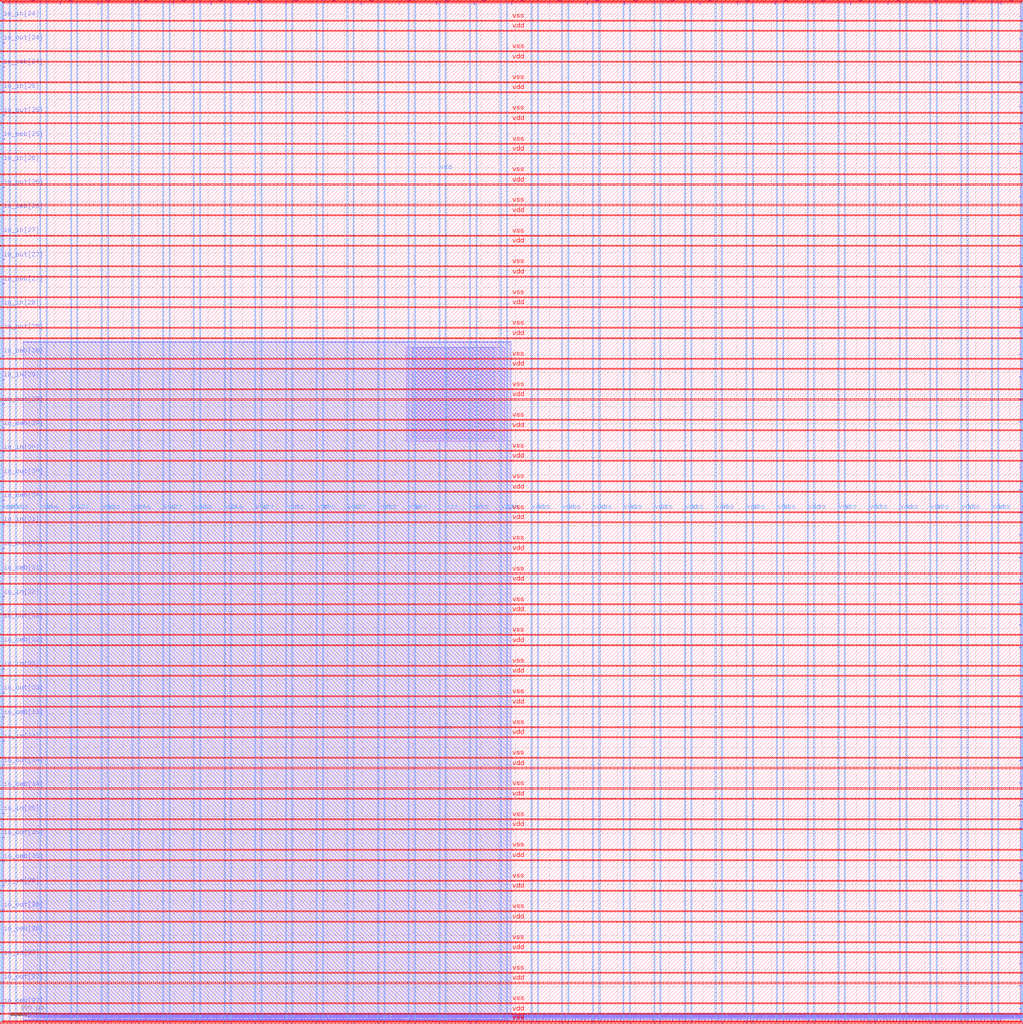
<source format=lef>
VERSION 5.7 ;
  NOWIREEXTENSIONATPIN ON ;
  DIVIDERCHAR "/" ;
  BUSBITCHARS "[]" ;
MACRO user_project_wrapper
  CLASS BLOCK ;
  FOREIGN user_project_wrapper ;
  ORIGIN 0.000 0.000 ;
  SIZE 2980.200 BY 2980.200 ;
  PIN io_in[0]
    DIRECTION INPUT ;
    USE SIGNAL ;
    PORT
      LAYER Metal3 ;
        RECT 2977.800 35.560 2985.000 36.680 ;
    END
  END io_in[0]
  PIN io_in[10]
    DIRECTION INPUT ;
    USE SIGNAL ;
    PORT
      LAYER Metal3 ;
        RECT 2977.800 2017.960 2985.000 2019.080 ;
    END
  END io_in[10]
  PIN io_in[11]
    DIRECTION INPUT ;
    USE SIGNAL ;
    PORT
      LAYER Metal3 ;
        RECT 2977.800 2216.200 2985.000 2217.320 ;
    END
  END io_in[11]
  PIN io_in[12]
    DIRECTION INPUT ;
    USE SIGNAL ;
    PORT
      LAYER Metal3 ;
        RECT 2977.800 2414.440 2985.000 2415.560 ;
    END
  END io_in[12]
  PIN io_in[13]
    DIRECTION INPUT ;
    USE SIGNAL ;
    PORT
      LAYER Metal3 ;
        RECT 2977.800 2612.680 2985.000 2613.800 ;
    END
  END io_in[13]
  PIN io_in[14]
    DIRECTION INPUT ;
    USE SIGNAL ;
    PORT
      LAYER Metal3 ;
        RECT 2977.800 2810.920 2985.000 2812.040 ;
    END
  END io_in[14]
  PIN io_in[15]
    DIRECTION INPUT ;
    USE SIGNAL ;
    PORT
      LAYER Metal2 ;
        RECT 2923.480 2977.800 2924.600 2985.000 ;
    END
  END io_in[15]
  PIN io_in[16]
    DIRECTION INPUT ;
    USE SIGNAL ;
    PORT
      LAYER Metal2 ;
        RECT 2592.520 2977.800 2593.640 2985.000 ;
    END
  END io_in[16]
  PIN io_in[17]
    DIRECTION INPUT ;
    USE SIGNAL ;
    PORT
      LAYER Metal2 ;
        RECT 2261.560 2977.800 2262.680 2985.000 ;
    END
  END io_in[17]
  PIN io_in[18]
    DIRECTION INPUT ;
    USE SIGNAL ;
    PORT
      LAYER Metal2 ;
        RECT 1930.600 2977.800 1931.720 2985.000 ;
    END
  END io_in[18]
  PIN io_in[19]
    DIRECTION INPUT ;
    USE SIGNAL ;
    PORT
      LAYER Metal2 ;
        RECT 1599.640 2977.800 1600.760 2985.000 ;
    END
  END io_in[19]
  PIN io_in[1]
    DIRECTION INPUT ;
    USE SIGNAL ;
    PORT
      LAYER Metal3 ;
        RECT 2977.800 233.800 2985.000 234.920 ;
    END
  END io_in[1]
  PIN io_in[20]
    DIRECTION INPUT ;
    USE SIGNAL ;
    PORT
      LAYER Metal2 ;
        RECT 1268.680 2977.800 1269.800 2985.000 ;
    END
  END io_in[20]
  PIN io_in[21]
    DIRECTION INPUT ;
    USE SIGNAL ;
    PORT
      LAYER Metal2 ;
        RECT 937.720 2977.800 938.840 2985.000 ;
    END
  END io_in[21]
  PIN io_in[22]
    DIRECTION INPUT ;
    USE SIGNAL ;
    PORT
      LAYER Metal2 ;
        RECT 606.760 2977.800 607.880 2985.000 ;
    END
  END io_in[22]
  PIN io_in[23]
    DIRECTION INPUT ;
    USE SIGNAL ;
    PORT
      LAYER Metal2 ;
        RECT 275.800 2977.800 276.920 2985.000 ;
    END
  END io_in[23]
  PIN io_in[24]
    DIRECTION INPUT ;
    USE SIGNAL ;
    PORT
      LAYER Metal3 ;
        RECT -4.800 2935.800 2.400 2936.920 ;
    END
  END io_in[24]
  PIN io_in[25]
    DIRECTION INPUT ;
    USE SIGNAL ;
    PORT
      LAYER Metal3 ;
        RECT -4.800 2724.120 2.400 2725.240 ;
    END
  END io_in[25]
  PIN io_in[26]
    DIRECTION INPUT ;
    USE SIGNAL ;
    PORT
      LAYER Metal3 ;
        RECT -4.800 2512.440 2.400 2513.560 ;
    END
  END io_in[26]
  PIN io_in[27]
    DIRECTION INPUT ;
    USE SIGNAL ;
    PORT
      LAYER Metal3 ;
        RECT -4.800 2300.760 2.400 2301.880 ;
    END
  END io_in[27]
  PIN io_in[28]
    DIRECTION INPUT ;
    USE SIGNAL ;
    PORT
      LAYER Metal3 ;
        RECT -4.800 2089.080 2.400 2090.200 ;
    END
  END io_in[28]
  PIN io_in[29]
    DIRECTION INPUT ;
    USE SIGNAL ;
    PORT
      LAYER Metal3 ;
        RECT -4.800 1877.400 2.400 1878.520 ;
    END
  END io_in[29]
  PIN io_in[2]
    DIRECTION INPUT ;
    USE SIGNAL ;
    PORT
      LAYER Metal3 ;
        RECT 2977.800 432.040 2985.000 433.160 ;
    END
  END io_in[2]
  PIN io_in[30]
    DIRECTION INPUT ;
    USE SIGNAL ;
    PORT
      LAYER Metal3 ;
        RECT -4.800 1665.720 2.400 1666.840 ;
    END
  END io_in[30]
  PIN io_in[31]
    DIRECTION INPUT ;
    USE SIGNAL ;
    PORT
      LAYER Metal3 ;
        RECT -4.800 1454.040 2.400 1455.160 ;
    END
  END io_in[31]
  PIN io_in[32]
    DIRECTION INPUT ;
    USE SIGNAL ;
    PORT
      LAYER Metal3 ;
        RECT -4.800 1242.360 2.400 1243.480 ;
    END
  END io_in[32]
  PIN io_in[33]
    DIRECTION INPUT ;
    USE SIGNAL ;
    PORT
      LAYER Metal3 ;
        RECT -4.800 1030.680 2.400 1031.800 ;
    END
  END io_in[33]
  PIN io_in[34]
    DIRECTION INPUT ;
    USE SIGNAL ;
    PORT
      LAYER Metal3 ;
        RECT -4.800 819.000 2.400 820.120 ;
    END
  END io_in[34]
  PIN io_in[35]
    DIRECTION INPUT ;
    USE SIGNAL ;
    PORT
      LAYER Metal3 ;
        RECT -4.800 607.320 2.400 608.440 ;
    END
  END io_in[35]
  PIN io_in[36]
    DIRECTION INPUT ;
    USE SIGNAL ;
    PORT
      LAYER Metal3 ;
        RECT -4.800 395.640 2.400 396.760 ;
    END
  END io_in[36]
  PIN io_in[37]
    DIRECTION INPUT ;
    USE SIGNAL ;
    PORT
      LAYER Metal3 ;
        RECT -4.800 183.960 2.400 185.080 ;
    END
  END io_in[37]
  PIN io_in[3]
    DIRECTION INPUT ;
    USE SIGNAL ;
    PORT
      LAYER Metal3 ;
        RECT 2977.800 630.280 2985.000 631.400 ;
    END
  END io_in[3]
  PIN io_in[4]
    DIRECTION INPUT ;
    USE SIGNAL ;
    PORT
      LAYER Metal3 ;
        RECT 2977.800 828.520 2985.000 829.640 ;
    END
  END io_in[4]
  PIN io_in[5]
    DIRECTION INPUT ;
    USE SIGNAL ;
    PORT
      LAYER Metal3 ;
        RECT 2977.800 1026.760 2985.000 1027.880 ;
    END
  END io_in[5]
  PIN io_in[6]
    DIRECTION INPUT ;
    USE SIGNAL ;
    PORT
      LAYER Metal3 ;
        RECT 2977.800 1225.000 2985.000 1226.120 ;
    END
  END io_in[6]
  PIN io_in[7]
    DIRECTION INPUT ;
    USE SIGNAL ;
    PORT
      LAYER Metal3 ;
        RECT 2977.800 1423.240 2985.000 1424.360 ;
    END
  END io_in[7]
  PIN io_in[8]
    DIRECTION INPUT ;
    USE SIGNAL ;
    PORT
      LAYER Metal3 ;
        RECT 2977.800 1621.480 2985.000 1622.600 ;
    END
  END io_in[8]
  PIN io_in[9]
    DIRECTION INPUT ;
    USE SIGNAL ;
    PORT
      LAYER Metal3 ;
        RECT 2977.800 1819.720 2985.000 1820.840 ;
    END
  END io_in[9]
  PIN io_oeb[0]
    DIRECTION OUTPUT TRISTATE ;
    USE SIGNAL ;
    PORT
      LAYER Metal3 ;
        RECT 2977.800 167.720 2985.000 168.840 ;
    END
  END io_oeb[0]
  PIN io_oeb[10]
    DIRECTION OUTPUT TRISTATE ;
    USE SIGNAL ;
    PORT
      LAYER Metal3 ;
        RECT 2977.800 2150.120 2985.000 2151.240 ;
    END
  END io_oeb[10]
  PIN io_oeb[11]
    DIRECTION OUTPUT TRISTATE ;
    USE SIGNAL ;
    PORT
      LAYER Metal3 ;
        RECT 2977.800 2348.360 2985.000 2349.480 ;
    END
  END io_oeb[11]
  PIN io_oeb[12]
    DIRECTION OUTPUT TRISTATE ;
    USE SIGNAL ;
    PORT
      LAYER Metal3 ;
        RECT 2977.800 2546.600 2985.000 2547.720 ;
    END
  END io_oeb[12]
  PIN io_oeb[13]
    DIRECTION OUTPUT TRISTATE ;
    USE SIGNAL ;
    PORT
      LAYER Metal3 ;
        RECT 2977.800 2744.840 2985.000 2745.960 ;
    END
  END io_oeb[13]
  PIN io_oeb[14]
    DIRECTION OUTPUT TRISTATE ;
    USE SIGNAL ;
    PORT
      LAYER Metal3 ;
        RECT 2977.800 2943.080 2985.000 2944.200 ;
    END
  END io_oeb[14]
  PIN io_oeb[15]
    DIRECTION OUTPUT TRISTATE ;
    USE SIGNAL ;
    PORT
      LAYER Metal2 ;
        RECT 2702.840 2977.800 2703.960 2985.000 ;
    END
  END io_oeb[15]
  PIN io_oeb[16]
    DIRECTION OUTPUT TRISTATE ;
    USE SIGNAL ;
    PORT
      LAYER Metal2 ;
        RECT 2371.880 2977.800 2373.000 2985.000 ;
    END
  END io_oeb[16]
  PIN io_oeb[17]
    DIRECTION OUTPUT TRISTATE ;
    USE SIGNAL ;
    PORT
      LAYER Metal2 ;
        RECT 2040.920 2977.800 2042.040 2985.000 ;
    END
  END io_oeb[17]
  PIN io_oeb[18]
    DIRECTION OUTPUT TRISTATE ;
    USE SIGNAL ;
    PORT
      LAYER Metal2 ;
        RECT 1709.960 2977.800 1711.080 2985.000 ;
    END
  END io_oeb[18]
  PIN io_oeb[19]
    DIRECTION OUTPUT TRISTATE ;
    USE SIGNAL ;
    PORT
      LAYER Metal2 ;
        RECT 1379.000 2977.800 1380.120 2985.000 ;
    END
  END io_oeb[19]
  PIN io_oeb[1]
    DIRECTION OUTPUT TRISTATE ;
    USE SIGNAL ;
    PORT
      LAYER Metal3 ;
        RECT 2977.800 365.960 2985.000 367.080 ;
    END
  END io_oeb[1]
  PIN io_oeb[20]
    DIRECTION OUTPUT TRISTATE ;
    USE SIGNAL ;
    PORT
      LAYER Metal2 ;
        RECT 1048.040 2977.800 1049.160 2985.000 ;
    END
  END io_oeb[20]
  PIN io_oeb[21]
    DIRECTION OUTPUT TRISTATE ;
    USE SIGNAL ;
    PORT
      LAYER Metal2 ;
        RECT 717.080 2977.800 718.200 2985.000 ;
    END
  END io_oeb[21]
  PIN io_oeb[22]
    DIRECTION OUTPUT TRISTATE ;
    USE SIGNAL ;
    PORT
      LAYER Metal2 ;
        RECT 386.120 2977.800 387.240 2985.000 ;
    END
  END io_oeb[22]
  PIN io_oeb[23]
    DIRECTION OUTPUT TRISTATE ;
    USE SIGNAL ;
    PORT
      LAYER Metal2 ;
        RECT 55.160 2977.800 56.280 2985.000 ;
    END
  END io_oeb[23]
  PIN io_oeb[24]
    DIRECTION OUTPUT TRISTATE ;
    USE SIGNAL ;
    PORT
      LAYER Metal3 ;
        RECT -4.800 2794.680 2.400 2795.800 ;
    END
  END io_oeb[24]
  PIN io_oeb[25]
    DIRECTION OUTPUT TRISTATE ;
    USE SIGNAL ;
    PORT
      LAYER Metal3 ;
        RECT -4.800 2583.000 2.400 2584.120 ;
    END
  END io_oeb[25]
  PIN io_oeb[26]
    DIRECTION OUTPUT TRISTATE ;
    USE SIGNAL ;
    PORT
      LAYER Metal3 ;
        RECT -4.800 2371.320 2.400 2372.440 ;
    END
  END io_oeb[26]
  PIN io_oeb[27]
    DIRECTION OUTPUT TRISTATE ;
    USE SIGNAL ;
    PORT
      LAYER Metal3 ;
        RECT -4.800 2159.640 2.400 2160.760 ;
    END
  END io_oeb[27]
  PIN io_oeb[28]
    DIRECTION OUTPUT TRISTATE ;
    USE SIGNAL ;
    PORT
      LAYER Metal3 ;
        RECT -4.800 1947.960 2.400 1949.080 ;
    END
  END io_oeb[28]
  PIN io_oeb[29]
    DIRECTION OUTPUT TRISTATE ;
    USE SIGNAL ;
    PORT
      LAYER Metal3 ;
        RECT -4.800 1736.280 2.400 1737.400 ;
    END
  END io_oeb[29]
  PIN io_oeb[2]
    DIRECTION OUTPUT TRISTATE ;
    USE SIGNAL ;
    PORT
      LAYER Metal3 ;
        RECT 2977.800 564.200 2985.000 565.320 ;
    END
  END io_oeb[2]
  PIN io_oeb[30]
    DIRECTION OUTPUT TRISTATE ;
    USE SIGNAL ;
    PORT
      LAYER Metal3 ;
        RECT -4.800 1524.600 2.400 1525.720 ;
    END
  END io_oeb[30]
  PIN io_oeb[31]
    DIRECTION OUTPUT TRISTATE ;
    USE SIGNAL ;
    PORT
      LAYER Metal3 ;
        RECT -4.800 1312.920 2.400 1314.040 ;
    END
  END io_oeb[31]
  PIN io_oeb[32]
    DIRECTION OUTPUT TRISTATE ;
    USE SIGNAL ;
    PORT
      LAYER Metal3 ;
        RECT -4.800 1101.240 2.400 1102.360 ;
    END
  END io_oeb[32]
  PIN io_oeb[33]
    DIRECTION OUTPUT TRISTATE ;
    USE SIGNAL ;
    PORT
      LAYER Metal3 ;
        RECT -4.800 889.560 2.400 890.680 ;
    END
  END io_oeb[33]
  PIN io_oeb[34]
    DIRECTION OUTPUT TRISTATE ;
    USE SIGNAL ;
    PORT
      LAYER Metal3 ;
        RECT -4.800 677.880 2.400 679.000 ;
    END
  END io_oeb[34]
  PIN io_oeb[35]
    DIRECTION OUTPUT TRISTATE ;
    USE SIGNAL ;
    PORT
      LAYER Metal3 ;
        RECT -4.800 466.200 2.400 467.320 ;
    END
  END io_oeb[35]
  PIN io_oeb[36]
    DIRECTION OUTPUT TRISTATE ;
    USE SIGNAL ;
    PORT
      LAYER Metal3 ;
        RECT -4.800 254.520 2.400 255.640 ;
    END
  END io_oeb[36]
  PIN io_oeb[37]
    DIRECTION OUTPUT TRISTATE ;
    USE SIGNAL ;
    PORT
      LAYER Metal3 ;
        RECT -4.800 42.840 2.400 43.960 ;
    END
  END io_oeb[37]
  PIN io_oeb[3]
    DIRECTION OUTPUT TRISTATE ;
    USE SIGNAL ;
    PORT
      LAYER Metal3 ;
        RECT 2977.800 762.440 2985.000 763.560 ;
    END
  END io_oeb[3]
  PIN io_oeb[4]
    DIRECTION OUTPUT TRISTATE ;
    USE SIGNAL ;
    PORT
      LAYER Metal3 ;
        RECT 2977.800 960.680 2985.000 961.800 ;
    END
  END io_oeb[4]
  PIN io_oeb[5]
    DIRECTION OUTPUT TRISTATE ;
    USE SIGNAL ;
    PORT
      LAYER Metal3 ;
        RECT 2977.800 1158.920 2985.000 1160.040 ;
    END
  END io_oeb[5]
  PIN io_oeb[6]
    DIRECTION OUTPUT TRISTATE ;
    USE SIGNAL ;
    PORT
      LAYER Metal3 ;
        RECT 2977.800 1357.160 2985.000 1358.280 ;
    END
  END io_oeb[6]
  PIN io_oeb[7]
    DIRECTION OUTPUT TRISTATE ;
    USE SIGNAL ;
    PORT
      LAYER Metal3 ;
        RECT 2977.800 1555.400 2985.000 1556.520 ;
    END
  END io_oeb[7]
  PIN io_oeb[8]
    DIRECTION OUTPUT TRISTATE ;
    USE SIGNAL ;
    PORT
      LAYER Metal3 ;
        RECT 2977.800 1753.640 2985.000 1754.760 ;
    END
  END io_oeb[8]
  PIN io_oeb[9]
    DIRECTION OUTPUT TRISTATE ;
    USE SIGNAL ;
    PORT
      LAYER Metal3 ;
        RECT 2977.800 1951.880 2985.000 1953.000 ;
    END
  END io_oeb[9]
  PIN io_out[0]
    DIRECTION OUTPUT TRISTATE ;
    USE SIGNAL ;
    PORT
      LAYER Metal3 ;
        RECT 2977.800 101.640 2985.000 102.760 ;
    END
  END io_out[0]
  PIN io_out[10]
    DIRECTION OUTPUT TRISTATE ;
    USE SIGNAL ;
    PORT
      LAYER Metal3 ;
        RECT 2977.800 2084.040 2985.000 2085.160 ;
    END
  END io_out[10]
  PIN io_out[11]
    DIRECTION OUTPUT TRISTATE ;
    USE SIGNAL ;
    PORT
      LAYER Metal3 ;
        RECT 2977.800 2282.280 2985.000 2283.400 ;
    END
  END io_out[11]
  PIN io_out[12]
    DIRECTION OUTPUT TRISTATE ;
    USE SIGNAL ;
    PORT
      LAYER Metal3 ;
        RECT 2977.800 2480.520 2985.000 2481.640 ;
    END
  END io_out[12]
  PIN io_out[13]
    DIRECTION OUTPUT TRISTATE ;
    USE SIGNAL ;
    PORT
      LAYER Metal3 ;
        RECT 2977.800 2678.760 2985.000 2679.880 ;
    END
  END io_out[13]
  PIN io_out[14]
    DIRECTION OUTPUT TRISTATE ;
    USE SIGNAL ;
    PORT
      LAYER Metal3 ;
        RECT 2977.800 2877.000 2985.000 2878.120 ;
    END
  END io_out[14]
  PIN io_out[15]
    DIRECTION OUTPUT TRISTATE ;
    USE SIGNAL ;
    PORT
      LAYER Metal2 ;
        RECT 2813.160 2977.800 2814.280 2985.000 ;
    END
  END io_out[15]
  PIN io_out[16]
    DIRECTION OUTPUT TRISTATE ;
    USE SIGNAL ;
    PORT
      LAYER Metal2 ;
        RECT 2482.200 2977.800 2483.320 2985.000 ;
    END
  END io_out[16]
  PIN io_out[17]
    DIRECTION OUTPUT TRISTATE ;
    USE SIGNAL ;
    PORT
      LAYER Metal2 ;
        RECT 2151.240 2977.800 2152.360 2985.000 ;
    END
  END io_out[17]
  PIN io_out[18]
    DIRECTION OUTPUT TRISTATE ;
    USE SIGNAL ;
    PORT
      LAYER Metal2 ;
        RECT 1820.280 2977.800 1821.400 2985.000 ;
    END
  END io_out[18]
  PIN io_out[19]
    DIRECTION OUTPUT TRISTATE ;
    USE SIGNAL ;
    PORT
      LAYER Metal2 ;
        RECT 1489.320 2977.800 1490.440 2985.000 ;
    END
  END io_out[19]
  PIN io_out[1]
    DIRECTION OUTPUT TRISTATE ;
    USE SIGNAL ;
    PORT
      LAYER Metal3 ;
        RECT 2977.800 299.880 2985.000 301.000 ;
    END
  END io_out[1]
  PIN io_out[20]
    DIRECTION OUTPUT TRISTATE ;
    USE SIGNAL ;
    PORT
      LAYER Metal2 ;
        RECT 1158.360 2977.800 1159.480 2985.000 ;
    END
  END io_out[20]
  PIN io_out[21]
    DIRECTION OUTPUT TRISTATE ;
    USE SIGNAL ;
    PORT
      LAYER Metal2 ;
        RECT 827.400 2977.800 828.520 2985.000 ;
    END
  END io_out[21]
  PIN io_out[22]
    DIRECTION OUTPUT TRISTATE ;
    USE SIGNAL ;
    PORT
      LAYER Metal2 ;
        RECT 496.440 2977.800 497.560 2985.000 ;
    END
  END io_out[22]
  PIN io_out[23]
    DIRECTION OUTPUT TRISTATE ;
    USE SIGNAL ;
    PORT
      LAYER Metal2 ;
        RECT 165.480 2977.800 166.600 2985.000 ;
    END
  END io_out[23]
  PIN io_out[24]
    DIRECTION OUTPUT TRISTATE ;
    USE SIGNAL ;
    PORT
      LAYER Metal3 ;
        RECT -4.800 2865.240 2.400 2866.360 ;
    END
  END io_out[24]
  PIN io_out[25]
    DIRECTION OUTPUT TRISTATE ;
    USE SIGNAL ;
    PORT
      LAYER Metal3 ;
        RECT -4.800 2653.560 2.400 2654.680 ;
    END
  END io_out[25]
  PIN io_out[26]
    DIRECTION OUTPUT TRISTATE ;
    USE SIGNAL ;
    PORT
      LAYER Metal3 ;
        RECT -4.800 2441.880 2.400 2443.000 ;
    END
  END io_out[26]
  PIN io_out[27]
    DIRECTION OUTPUT TRISTATE ;
    USE SIGNAL ;
    PORT
      LAYER Metal3 ;
        RECT -4.800 2230.200 2.400 2231.320 ;
    END
  END io_out[27]
  PIN io_out[28]
    DIRECTION OUTPUT TRISTATE ;
    USE SIGNAL ;
    PORT
      LAYER Metal3 ;
        RECT -4.800 2018.520 2.400 2019.640 ;
    END
  END io_out[28]
  PIN io_out[29]
    DIRECTION OUTPUT TRISTATE ;
    USE SIGNAL ;
    PORT
      LAYER Metal3 ;
        RECT -4.800 1806.840 2.400 1807.960 ;
    END
  END io_out[29]
  PIN io_out[2]
    DIRECTION OUTPUT TRISTATE ;
    USE SIGNAL ;
    PORT
      LAYER Metal3 ;
        RECT 2977.800 498.120 2985.000 499.240 ;
    END
  END io_out[2]
  PIN io_out[30]
    DIRECTION OUTPUT TRISTATE ;
    USE SIGNAL ;
    PORT
      LAYER Metal3 ;
        RECT -4.800 1595.160 2.400 1596.280 ;
    END
  END io_out[30]
  PIN io_out[31]
    DIRECTION OUTPUT TRISTATE ;
    USE SIGNAL ;
    PORT
      LAYER Metal3 ;
        RECT -4.800 1383.480 2.400 1384.600 ;
    END
  END io_out[31]
  PIN io_out[32]
    DIRECTION OUTPUT TRISTATE ;
    USE SIGNAL ;
    PORT
      LAYER Metal3 ;
        RECT -4.800 1171.800 2.400 1172.920 ;
    END
  END io_out[32]
  PIN io_out[33]
    DIRECTION OUTPUT TRISTATE ;
    USE SIGNAL ;
    PORT
      LAYER Metal3 ;
        RECT -4.800 960.120 2.400 961.240 ;
    END
  END io_out[33]
  PIN io_out[34]
    DIRECTION OUTPUT TRISTATE ;
    USE SIGNAL ;
    PORT
      LAYER Metal3 ;
        RECT -4.800 748.440 2.400 749.560 ;
    END
  END io_out[34]
  PIN io_out[35]
    DIRECTION OUTPUT TRISTATE ;
    USE SIGNAL ;
    PORT
      LAYER Metal3 ;
        RECT -4.800 536.760 2.400 537.880 ;
    END
  END io_out[35]
  PIN io_out[36]
    DIRECTION OUTPUT TRISTATE ;
    USE SIGNAL ;
    PORT
      LAYER Metal3 ;
        RECT -4.800 325.080 2.400 326.200 ;
    END
  END io_out[36]
  PIN io_out[37]
    DIRECTION OUTPUT TRISTATE ;
    USE SIGNAL ;
    PORT
      LAYER Metal3 ;
        RECT -4.800 113.400 2.400 114.520 ;
    END
  END io_out[37]
  PIN io_out[3]
    DIRECTION OUTPUT TRISTATE ;
    USE SIGNAL ;
    PORT
      LAYER Metal3 ;
        RECT 2977.800 696.360 2985.000 697.480 ;
    END
  END io_out[3]
  PIN io_out[4]
    DIRECTION OUTPUT TRISTATE ;
    USE SIGNAL ;
    PORT
      LAYER Metal3 ;
        RECT 2977.800 894.600 2985.000 895.720 ;
    END
  END io_out[4]
  PIN io_out[5]
    DIRECTION OUTPUT TRISTATE ;
    USE SIGNAL ;
    PORT
      LAYER Metal3 ;
        RECT 2977.800 1092.840 2985.000 1093.960 ;
    END
  END io_out[5]
  PIN io_out[6]
    DIRECTION OUTPUT TRISTATE ;
    USE SIGNAL ;
    PORT
      LAYER Metal3 ;
        RECT 2977.800 1291.080 2985.000 1292.200 ;
    END
  END io_out[6]
  PIN io_out[7]
    DIRECTION OUTPUT TRISTATE ;
    USE SIGNAL ;
    PORT
      LAYER Metal3 ;
        RECT 2977.800 1489.320 2985.000 1490.440 ;
    END
  END io_out[7]
  PIN io_out[8]
    DIRECTION OUTPUT TRISTATE ;
    USE SIGNAL ;
    PORT
      LAYER Metal3 ;
        RECT 2977.800 1687.560 2985.000 1688.680 ;
    END
  END io_out[8]
  PIN io_out[9]
    DIRECTION OUTPUT TRISTATE ;
    USE SIGNAL ;
    PORT
      LAYER Metal3 ;
        RECT 2977.800 1885.800 2985.000 1886.920 ;
    END
  END io_out[9]
  PIN la_data_in[0]
    DIRECTION INPUT ;
    USE SIGNAL ;
    PORT
      LAYER Metal2 ;
        RECT 1065.960 -4.800 1067.080 2.400 ;
    END
  END la_data_in[0]
  PIN la_data_in[10]
    DIRECTION INPUT ;
    USE SIGNAL ;
    PORT
      LAYER Metal2 ;
        RECT 1351.560 -4.800 1352.680 2.400 ;
    END
  END la_data_in[10]
  PIN la_data_in[11]
    DIRECTION INPUT ;
    USE SIGNAL ;
    PORT
      LAYER Metal2 ;
        RECT 1380.120 -4.800 1381.240 2.400 ;
    END
  END la_data_in[11]
  PIN la_data_in[12]
    DIRECTION INPUT ;
    USE SIGNAL ;
    PORT
      LAYER Metal2 ;
        RECT 1408.680 -4.800 1409.800 2.400 ;
    END
  END la_data_in[12]
  PIN la_data_in[13]
    DIRECTION INPUT ;
    USE SIGNAL ;
    PORT
      LAYER Metal2 ;
        RECT 1437.240 -4.800 1438.360 2.400 ;
    END
  END la_data_in[13]
  PIN la_data_in[14]
    DIRECTION INPUT ;
    USE SIGNAL ;
    PORT
      LAYER Metal2 ;
        RECT 1465.800 -4.800 1466.920 2.400 ;
    END
  END la_data_in[14]
  PIN la_data_in[15]
    DIRECTION INPUT ;
    USE SIGNAL ;
    PORT
      LAYER Metal2 ;
        RECT 1494.360 -4.800 1495.480 2.400 ;
    END
  END la_data_in[15]
  PIN la_data_in[16]
    DIRECTION INPUT ;
    USE SIGNAL ;
    PORT
      LAYER Metal2 ;
        RECT 1522.920 -4.800 1524.040 2.400 ;
    END
  END la_data_in[16]
  PIN la_data_in[17]
    DIRECTION INPUT ;
    USE SIGNAL ;
    PORT
      LAYER Metal2 ;
        RECT 1551.480 -4.800 1552.600 2.400 ;
    END
  END la_data_in[17]
  PIN la_data_in[18]
    DIRECTION INPUT ;
    USE SIGNAL ;
    PORT
      LAYER Metal2 ;
        RECT 1580.040 -4.800 1581.160 2.400 ;
    END
  END la_data_in[18]
  PIN la_data_in[19]
    DIRECTION INPUT ;
    USE SIGNAL ;
    PORT
      LAYER Metal2 ;
        RECT 1608.600 -4.800 1609.720 2.400 ;
    END
  END la_data_in[19]
  PIN la_data_in[1]
    DIRECTION INPUT ;
    USE SIGNAL ;
    PORT
      LAYER Metal2 ;
        RECT 1094.520 -4.800 1095.640 2.400 ;
    END
  END la_data_in[1]
  PIN la_data_in[20]
    DIRECTION INPUT ;
    USE SIGNAL ;
    PORT
      LAYER Metal2 ;
        RECT 1637.160 -4.800 1638.280 2.400 ;
    END
  END la_data_in[20]
  PIN la_data_in[21]
    DIRECTION INPUT ;
    USE SIGNAL ;
    PORT
      LAYER Metal2 ;
        RECT 1665.720 -4.800 1666.840 2.400 ;
    END
  END la_data_in[21]
  PIN la_data_in[22]
    DIRECTION INPUT ;
    USE SIGNAL ;
    PORT
      LAYER Metal2 ;
        RECT 1694.280 -4.800 1695.400 2.400 ;
    END
  END la_data_in[22]
  PIN la_data_in[23]
    DIRECTION INPUT ;
    USE SIGNAL ;
    PORT
      LAYER Metal2 ;
        RECT 1722.840 -4.800 1723.960 2.400 ;
    END
  END la_data_in[23]
  PIN la_data_in[24]
    DIRECTION INPUT ;
    USE SIGNAL ;
    PORT
      LAYER Metal2 ;
        RECT 1751.400 -4.800 1752.520 2.400 ;
    END
  END la_data_in[24]
  PIN la_data_in[25]
    DIRECTION INPUT ;
    USE SIGNAL ;
    PORT
      LAYER Metal2 ;
        RECT 1779.960 -4.800 1781.080 2.400 ;
    END
  END la_data_in[25]
  PIN la_data_in[26]
    DIRECTION INPUT ;
    USE SIGNAL ;
    PORT
      LAYER Metal2 ;
        RECT 1808.520 -4.800 1809.640 2.400 ;
    END
  END la_data_in[26]
  PIN la_data_in[27]
    DIRECTION INPUT ;
    USE SIGNAL ;
    PORT
      LAYER Metal2 ;
        RECT 1837.080 -4.800 1838.200 2.400 ;
    END
  END la_data_in[27]
  PIN la_data_in[28]
    DIRECTION INPUT ;
    USE SIGNAL ;
    PORT
      LAYER Metal2 ;
        RECT 1865.640 -4.800 1866.760 2.400 ;
    END
  END la_data_in[28]
  PIN la_data_in[29]
    DIRECTION INPUT ;
    USE SIGNAL ;
    PORT
      LAYER Metal2 ;
        RECT 1894.200 -4.800 1895.320 2.400 ;
    END
  END la_data_in[29]
  PIN la_data_in[2]
    DIRECTION INPUT ;
    USE SIGNAL ;
    PORT
      LAYER Metal2 ;
        RECT 1123.080 -4.800 1124.200 2.400 ;
    END
  END la_data_in[2]
  PIN la_data_in[30]
    DIRECTION INPUT ;
    USE SIGNAL ;
    PORT
      LAYER Metal2 ;
        RECT 1922.760 -4.800 1923.880 2.400 ;
    END
  END la_data_in[30]
  PIN la_data_in[31]
    DIRECTION INPUT ;
    USE SIGNAL ;
    PORT
      LAYER Metal2 ;
        RECT 1951.320 -4.800 1952.440 2.400 ;
    END
  END la_data_in[31]
  PIN la_data_in[32]
    DIRECTION INPUT ;
    USE SIGNAL ;
    PORT
      LAYER Metal2 ;
        RECT 1979.880 -4.800 1981.000 2.400 ;
    END
  END la_data_in[32]
  PIN la_data_in[33]
    DIRECTION INPUT ;
    USE SIGNAL ;
    PORT
      LAYER Metal2 ;
        RECT 2008.440 -4.800 2009.560 2.400 ;
    END
  END la_data_in[33]
  PIN la_data_in[34]
    DIRECTION INPUT ;
    USE SIGNAL ;
    PORT
      LAYER Metal2 ;
        RECT 2037.000 -4.800 2038.120 2.400 ;
    END
  END la_data_in[34]
  PIN la_data_in[35]
    DIRECTION INPUT ;
    USE SIGNAL ;
    PORT
      LAYER Metal2 ;
        RECT 2065.560 -4.800 2066.680 2.400 ;
    END
  END la_data_in[35]
  PIN la_data_in[36]
    DIRECTION INPUT ;
    USE SIGNAL ;
    PORT
      LAYER Metal2 ;
        RECT 2094.120 -4.800 2095.240 2.400 ;
    END
  END la_data_in[36]
  PIN la_data_in[37]
    DIRECTION INPUT ;
    USE SIGNAL ;
    PORT
      LAYER Metal2 ;
        RECT 2122.680 -4.800 2123.800 2.400 ;
    END
  END la_data_in[37]
  PIN la_data_in[38]
    DIRECTION INPUT ;
    USE SIGNAL ;
    PORT
      LAYER Metal2 ;
        RECT 2151.240 -4.800 2152.360 2.400 ;
    END
  END la_data_in[38]
  PIN la_data_in[39]
    DIRECTION INPUT ;
    USE SIGNAL ;
    PORT
      LAYER Metal2 ;
        RECT 2179.800 -4.800 2180.920 2.400 ;
    END
  END la_data_in[39]
  PIN la_data_in[3]
    DIRECTION INPUT ;
    USE SIGNAL ;
    PORT
      LAYER Metal2 ;
        RECT 1151.640 -4.800 1152.760 2.400 ;
    END
  END la_data_in[3]
  PIN la_data_in[40]
    DIRECTION INPUT ;
    USE SIGNAL ;
    PORT
      LAYER Metal2 ;
        RECT 2208.360 -4.800 2209.480 2.400 ;
    END
  END la_data_in[40]
  PIN la_data_in[41]
    DIRECTION INPUT ;
    USE SIGNAL ;
    PORT
      LAYER Metal2 ;
        RECT 2236.920 -4.800 2238.040 2.400 ;
    END
  END la_data_in[41]
  PIN la_data_in[42]
    DIRECTION INPUT ;
    USE SIGNAL ;
    PORT
      LAYER Metal2 ;
        RECT 2265.480 -4.800 2266.600 2.400 ;
    END
  END la_data_in[42]
  PIN la_data_in[43]
    DIRECTION INPUT ;
    USE SIGNAL ;
    PORT
      LAYER Metal2 ;
        RECT 2294.040 -4.800 2295.160 2.400 ;
    END
  END la_data_in[43]
  PIN la_data_in[44]
    DIRECTION INPUT ;
    USE SIGNAL ;
    PORT
      LAYER Metal2 ;
        RECT 2322.600 -4.800 2323.720 2.400 ;
    END
  END la_data_in[44]
  PIN la_data_in[45]
    DIRECTION INPUT ;
    USE SIGNAL ;
    PORT
      LAYER Metal2 ;
        RECT 2351.160 -4.800 2352.280 2.400 ;
    END
  END la_data_in[45]
  PIN la_data_in[46]
    DIRECTION INPUT ;
    USE SIGNAL ;
    PORT
      LAYER Metal2 ;
        RECT 2379.720 -4.800 2380.840 2.400 ;
    END
  END la_data_in[46]
  PIN la_data_in[47]
    DIRECTION INPUT ;
    USE SIGNAL ;
    PORT
      LAYER Metal2 ;
        RECT 2408.280 -4.800 2409.400 2.400 ;
    END
  END la_data_in[47]
  PIN la_data_in[48]
    DIRECTION INPUT ;
    USE SIGNAL ;
    PORT
      LAYER Metal2 ;
        RECT 2436.840 -4.800 2437.960 2.400 ;
    END
  END la_data_in[48]
  PIN la_data_in[49]
    DIRECTION INPUT ;
    USE SIGNAL ;
    PORT
      LAYER Metal2 ;
        RECT 2465.400 -4.800 2466.520 2.400 ;
    END
  END la_data_in[49]
  PIN la_data_in[4]
    DIRECTION INPUT ;
    USE SIGNAL ;
    PORT
      LAYER Metal2 ;
        RECT 1180.200 -4.800 1181.320 2.400 ;
    END
  END la_data_in[4]
  PIN la_data_in[50]
    DIRECTION INPUT ;
    USE SIGNAL ;
    PORT
      LAYER Metal2 ;
        RECT 2493.960 -4.800 2495.080 2.400 ;
    END
  END la_data_in[50]
  PIN la_data_in[51]
    DIRECTION INPUT ;
    USE SIGNAL ;
    PORT
      LAYER Metal2 ;
        RECT 2522.520 -4.800 2523.640 2.400 ;
    END
  END la_data_in[51]
  PIN la_data_in[52]
    DIRECTION INPUT ;
    USE SIGNAL ;
    PORT
      LAYER Metal2 ;
        RECT 2551.080 -4.800 2552.200 2.400 ;
    END
  END la_data_in[52]
  PIN la_data_in[53]
    DIRECTION INPUT ;
    USE SIGNAL ;
    PORT
      LAYER Metal2 ;
        RECT 2579.640 -4.800 2580.760 2.400 ;
    END
  END la_data_in[53]
  PIN la_data_in[54]
    DIRECTION INPUT ;
    USE SIGNAL ;
    PORT
      LAYER Metal2 ;
        RECT 2608.200 -4.800 2609.320 2.400 ;
    END
  END la_data_in[54]
  PIN la_data_in[55]
    DIRECTION INPUT ;
    USE SIGNAL ;
    PORT
      LAYER Metal2 ;
        RECT 2636.760 -4.800 2637.880 2.400 ;
    END
  END la_data_in[55]
  PIN la_data_in[56]
    DIRECTION INPUT ;
    USE SIGNAL ;
    PORT
      LAYER Metal2 ;
        RECT 2665.320 -4.800 2666.440 2.400 ;
    END
  END la_data_in[56]
  PIN la_data_in[57]
    DIRECTION INPUT ;
    USE SIGNAL ;
    PORT
      LAYER Metal2 ;
        RECT 2693.880 -4.800 2695.000 2.400 ;
    END
  END la_data_in[57]
  PIN la_data_in[58]
    DIRECTION INPUT ;
    USE SIGNAL ;
    PORT
      LAYER Metal2 ;
        RECT 2722.440 -4.800 2723.560 2.400 ;
    END
  END la_data_in[58]
  PIN la_data_in[59]
    DIRECTION INPUT ;
    USE SIGNAL ;
    PORT
      LAYER Metal2 ;
        RECT 2751.000 -4.800 2752.120 2.400 ;
    END
  END la_data_in[59]
  PIN la_data_in[5]
    DIRECTION INPUT ;
    USE SIGNAL ;
    PORT
      LAYER Metal2 ;
        RECT 1208.760 -4.800 1209.880 2.400 ;
    END
  END la_data_in[5]
  PIN la_data_in[60]
    DIRECTION INPUT ;
    USE SIGNAL ;
    PORT
      LAYER Metal2 ;
        RECT 2779.560 -4.800 2780.680 2.400 ;
    END
  END la_data_in[60]
  PIN la_data_in[61]
    DIRECTION INPUT ;
    USE SIGNAL ;
    PORT
      LAYER Metal2 ;
        RECT 2808.120 -4.800 2809.240 2.400 ;
    END
  END la_data_in[61]
  PIN la_data_in[62]
    DIRECTION INPUT ;
    USE SIGNAL ;
    PORT
      LAYER Metal2 ;
        RECT 2836.680 -4.800 2837.800 2.400 ;
    END
  END la_data_in[62]
  PIN la_data_in[63]
    DIRECTION INPUT ;
    USE SIGNAL ;
    PORT
      LAYER Metal2 ;
        RECT 2865.240 -4.800 2866.360 2.400 ;
    END
  END la_data_in[63]
  PIN la_data_in[6]
    DIRECTION INPUT ;
    USE SIGNAL ;
    PORT
      LAYER Metal2 ;
        RECT 1237.320 -4.800 1238.440 2.400 ;
    END
  END la_data_in[6]
  PIN la_data_in[7]
    DIRECTION INPUT ;
    USE SIGNAL ;
    PORT
      LAYER Metal2 ;
        RECT 1265.880 -4.800 1267.000 2.400 ;
    END
  END la_data_in[7]
  PIN la_data_in[8]
    DIRECTION INPUT ;
    USE SIGNAL ;
    PORT
      LAYER Metal2 ;
        RECT 1294.440 -4.800 1295.560 2.400 ;
    END
  END la_data_in[8]
  PIN la_data_in[9]
    DIRECTION INPUT ;
    USE SIGNAL ;
    PORT
      LAYER Metal2 ;
        RECT 1323.000 -4.800 1324.120 2.400 ;
    END
  END la_data_in[9]
  PIN la_data_out[0]
    DIRECTION OUTPUT TRISTATE ;
    USE SIGNAL ;
    PORT
      LAYER Metal2 ;
        RECT 1075.480 -4.800 1076.600 2.400 ;
    END
  END la_data_out[0]
  PIN la_data_out[10]
    DIRECTION OUTPUT TRISTATE ;
    USE SIGNAL ;
    PORT
      LAYER Metal2 ;
        RECT 1361.080 -4.800 1362.200 2.400 ;
    END
  END la_data_out[10]
  PIN la_data_out[11]
    DIRECTION OUTPUT TRISTATE ;
    USE SIGNAL ;
    PORT
      LAYER Metal2 ;
        RECT 1389.640 -4.800 1390.760 2.400 ;
    END
  END la_data_out[11]
  PIN la_data_out[12]
    DIRECTION OUTPUT TRISTATE ;
    USE SIGNAL ;
    PORT
      LAYER Metal2 ;
        RECT 1418.200 -4.800 1419.320 2.400 ;
    END
  END la_data_out[12]
  PIN la_data_out[13]
    DIRECTION OUTPUT TRISTATE ;
    USE SIGNAL ;
    PORT
      LAYER Metal2 ;
        RECT 1446.760 -4.800 1447.880 2.400 ;
    END
  END la_data_out[13]
  PIN la_data_out[14]
    DIRECTION OUTPUT TRISTATE ;
    USE SIGNAL ;
    PORT
      LAYER Metal2 ;
        RECT 1475.320 -4.800 1476.440 2.400 ;
    END
  END la_data_out[14]
  PIN la_data_out[15]
    DIRECTION OUTPUT TRISTATE ;
    USE SIGNAL ;
    PORT
      LAYER Metal2 ;
        RECT 1503.880 -4.800 1505.000 2.400 ;
    END
  END la_data_out[15]
  PIN la_data_out[16]
    DIRECTION OUTPUT TRISTATE ;
    USE SIGNAL ;
    PORT
      LAYER Metal2 ;
        RECT 1532.440 -4.800 1533.560 2.400 ;
    END
  END la_data_out[16]
  PIN la_data_out[17]
    DIRECTION OUTPUT TRISTATE ;
    USE SIGNAL ;
    PORT
      LAYER Metal2 ;
        RECT 1561.000 -4.800 1562.120 2.400 ;
    END
  END la_data_out[17]
  PIN la_data_out[18]
    DIRECTION OUTPUT TRISTATE ;
    USE SIGNAL ;
    PORT
      LAYER Metal2 ;
        RECT 1589.560 -4.800 1590.680 2.400 ;
    END
  END la_data_out[18]
  PIN la_data_out[19]
    DIRECTION OUTPUT TRISTATE ;
    USE SIGNAL ;
    PORT
      LAYER Metal2 ;
        RECT 1618.120 -4.800 1619.240 2.400 ;
    END
  END la_data_out[19]
  PIN la_data_out[1]
    DIRECTION OUTPUT TRISTATE ;
    USE SIGNAL ;
    PORT
      LAYER Metal2 ;
        RECT 1104.040 -4.800 1105.160 2.400 ;
    END
  END la_data_out[1]
  PIN la_data_out[20]
    DIRECTION OUTPUT TRISTATE ;
    USE SIGNAL ;
    PORT
      LAYER Metal2 ;
        RECT 1646.680 -4.800 1647.800 2.400 ;
    END
  END la_data_out[20]
  PIN la_data_out[21]
    DIRECTION OUTPUT TRISTATE ;
    USE SIGNAL ;
    PORT
      LAYER Metal2 ;
        RECT 1675.240 -4.800 1676.360 2.400 ;
    END
  END la_data_out[21]
  PIN la_data_out[22]
    DIRECTION OUTPUT TRISTATE ;
    USE SIGNAL ;
    PORT
      LAYER Metal2 ;
        RECT 1703.800 -4.800 1704.920 2.400 ;
    END
  END la_data_out[22]
  PIN la_data_out[23]
    DIRECTION OUTPUT TRISTATE ;
    USE SIGNAL ;
    PORT
      LAYER Metal2 ;
        RECT 1732.360 -4.800 1733.480 2.400 ;
    END
  END la_data_out[23]
  PIN la_data_out[24]
    DIRECTION OUTPUT TRISTATE ;
    USE SIGNAL ;
    PORT
      LAYER Metal2 ;
        RECT 1760.920 -4.800 1762.040 2.400 ;
    END
  END la_data_out[24]
  PIN la_data_out[25]
    DIRECTION OUTPUT TRISTATE ;
    USE SIGNAL ;
    PORT
      LAYER Metal2 ;
        RECT 1789.480 -4.800 1790.600 2.400 ;
    END
  END la_data_out[25]
  PIN la_data_out[26]
    DIRECTION OUTPUT TRISTATE ;
    USE SIGNAL ;
    PORT
      LAYER Metal2 ;
        RECT 1818.040 -4.800 1819.160 2.400 ;
    END
  END la_data_out[26]
  PIN la_data_out[27]
    DIRECTION OUTPUT TRISTATE ;
    USE SIGNAL ;
    PORT
      LAYER Metal2 ;
        RECT 1846.600 -4.800 1847.720 2.400 ;
    END
  END la_data_out[27]
  PIN la_data_out[28]
    DIRECTION OUTPUT TRISTATE ;
    USE SIGNAL ;
    PORT
      LAYER Metal2 ;
        RECT 1875.160 -4.800 1876.280 2.400 ;
    END
  END la_data_out[28]
  PIN la_data_out[29]
    DIRECTION OUTPUT TRISTATE ;
    USE SIGNAL ;
    PORT
      LAYER Metal2 ;
        RECT 1903.720 -4.800 1904.840 2.400 ;
    END
  END la_data_out[29]
  PIN la_data_out[2]
    DIRECTION OUTPUT TRISTATE ;
    USE SIGNAL ;
    PORT
      LAYER Metal2 ;
        RECT 1132.600 -4.800 1133.720 2.400 ;
    END
  END la_data_out[2]
  PIN la_data_out[30]
    DIRECTION OUTPUT TRISTATE ;
    USE SIGNAL ;
    PORT
      LAYER Metal2 ;
        RECT 1932.280 -4.800 1933.400 2.400 ;
    END
  END la_data_out[30]
  PIN la_data_out[31]
    DIRECTION OUTPUT TRISTATE ;
    USE SIGNAL ;
    PORT
      LAYER Metal2 ;
        RECT 1960.840 -4.800 1961.960 2.400 ;
    END
  END la_data_out[31]
  PIN la_data_out[32]
    DIRECTION OUTPUT TRISTATE ;
    USE SIGNAL ;
    PORT
      LAYER Metal2 ;
        RECT 1989.400 -4.800 1990.520 2.400 ;
    END
  END la_data_out[32]
  PIN la_data_out[33]
    DIRECTION OUTPUT TRISTATE ;
    USE SIGNAL ;
    PORT
      LAYER Metal2 ;
        RECT 2017.960 -4.800 2019.080 2.400 ;
    END
  END la_data_out[33]
  PIN la_data_out[34]
    DIRECTION OUTPUT TRISTATE ;
    USE SIGNAL ;
    PORT
      LAYER Metal2 ;
        RECT 2046.520 -4.800 2047.640 2.400 ;
    END
  END la_data_out[34]
  PIN la_data_out[35]
    DIRECTION OUTPUT TRISTATE ;
    USE SIGNAL ;
    PORT
      LAYER Metal2 ;
        RECT 2075.080 -4.800 2076.200 2.400 ;
    END
  END la_data_out[35]
  PIN la_data_out[36]
    DIRECTION OUTPUT TRISTATE ;
    USE SIGNAL ;
    PORT
      LAYER Metal2 ;
        RECT 2103.640 -4.800 2104.760 2.400 ;
    END
  END la_data_out[36]
  PIN la_data_out[37]
    DIRECTION OUTPUT TRISTATE ;
    USE SIGNAL ;
    PORT
      LAYER Metal2 ;
        RECT 2132.200 -4.800 2133.320 2.400 ;
    END
  END la_data_out[37]
  PIN la_data_out[38]
    DIRECTION OUTPUT TRISTATE ;
    USE SIGNAL ;
    PORT
      LAYER Metal2 ;
        RECT 2160.760 -4.800 2161.880 2.400 ;
    END
  END la_data_out[38]
  PIN la_data_out[39]
    DIRECTION OUTPUT TRISTATE ;
    USE SIGNAL ;
    PORT
      LAYER Metal2 ;
        RECT 2189.320 -4.800 2190.440 2.400 ;
    END
  END la_data_out[39]
  PIN la_data_out[3]
    DIRECTION OUTPUT TRISTATE ;
    USE SIGNAL ;
    PORT
      LAYER Metal2 ;
        RECT 1161.160 -4.800 1162.280 2.400 ;
    END
  END la_data_out[3]
  PIN la_data_out[40]
    DIRECTION OUTPUT TRISTATE ;
    USE SIGNAL ;
    PORT
      LAYER Metal2 ;
        RECT 2217.880 -4.800 2219.000 2.400 ;
    END
  END la_data_out[40]
  PIN la_data_out[41]
    DIRECTION OUTPUT TRISTATE ;
    USE SIGNAL ;
    PORT
      LAYER Metal2 ;
        RECT 2246.440 -4.800 2247.560 2.400 ;
    END
  END la_data_out[41]
  PIN la_data_out[42]
    DIRECTION OUTPUT TRISTATE ;
    USE SIGNAL ;
    PORT
      LAYER Metal2 ;
        RECT 2275.000 -4.800 2276.120 2.400 ;
    END
  END la_data_out[42]
  PIN la_data_out[43]
    DIRECTION OUTPUT TRISTATE ;
    USE SIGNAL ;
    PORT
      LAYER Metal2 ;
        RECT 2303.560 -4.800 2304.680 2.400 ;
    END
  END la_data_out[43]
  PIN la_data_out[44]
    DIRECTION OUTPUT TRISTATE ;
    USE SIGNAL ;
    PORT
      LAYER Metal2 ;
        RECT 2332.120 -4.800 2333.240 2.400 ;
    END
  END la_data_out[44]
  PIN la_data_out[45]
    DIRECTION OUTPUT TRISTATE ;
    USE SIGNAL ;
    PORT
      LAYER Metal2 ;
        RECT 2360.680 -4.800 2361.800 2.400 ;
    END
  END la_data_out[45]
  PIN la_data_out[46]
    DIRECTION OUTPUT TRISTATE ;
    USE SIGNAL ;
    PORT
      LAYER Metal2 ;
        RECT 2389.240 -4.800 2390.360 2.400 ;
    END
  END la_data_out[46]
  PIN la_data_out[47]
    DIRECTION OUTPUT TRISTATE ;
    USE SIGNAL ;
    PORT
      LAYER Metal2 ;
        RECT 2417.800 -4.800 2418.920 2.400 ;
    END
  END la_data_out[47]
  PIN la_data_out[48]
    DIRECTION OUTPUT TRISTATE ;
    USE SIGNAL ;
    PORT
      LAYER Metal2 ;
        RECT 2446.360 -4.800 2447.480 2.400 ;
    END
  END la_data_out[48]
  PIN la_data_out[49]
    DIRECTION OUTPUT TRISTATE ;
    USE SIGNAL ;
    PORT
      LAYER Metal2 ;
        RECT 2474.920 -4.800 2476.040 2.400 ;
    END
  END la_data_out[49]
  PIN la_data_out[4]
    DIRECTION OUTPUT TRISTATE ;
    USE SIGNAL ;
    PORT
      LAYER Metal2 ;
        RECT 1189.720 -4.800 1190.840 2.400 ;
    END
  END la_data_out[4]
  PIN la_data_out[50]
    DIRECTION OUTPUT TRISTATE ;
    USE SIGNAL ;
    PORT
      LAYER Metal2 ;
        RECT 2503.480 -4.800 2504.600 2.400 ;
    END
  END la_data_out[50]
  PIN la_data_out[51]
    DIRECTION OUTPUT TRISTATE ;
    USE SIGNAL ;
    PORT
      LAYER Metal2 ;
        RECT 2532.040 -4.800 2533.160 2.400 ;
    END
  END la_data_out[51]
  PIN la_data_out[52]
    DIRECTION OUTPUT TRISTATE ;
    USE SIGNAL ;
    PORT
      LAYER Metal2 ;
        RECT 2560.600 -4.800 2561.720 2.400 ;
    END
  END la_data_out[52]
  PIN la_data_out[53]
    DIRECTION OUTPUT TRISTATE ;
    USE SIGNAL ;
    PORT
      LAYER Metal2 ;
        RECT 2589.160 -4.800 2590.280 2.400 ;
    END
  END la_data_out[53]
  PIN la_data_out[54]
    DIRECTION OUTPUT TRISTATE ;
    USE SIGNAL ;
    PORT
      LAYER Metal2 ;
        RECT 2617.720 -4.800 2618.840 2.400 ;
    END
  END la_data_out[54]
  PIN la_data_out[55]
    DIRECTION OUTPUT TRISTATE ;
    USE SIGNAL ;
    PORT
      LAYER Metal2 ;
        RECT 2646.280 -4.800 2647.400 2.400 ;
    END
  END la_data_out[55]
  PIN la_data_out[56]
    DIRECTION OUTPUT TRISTATE ;
    USE SIGNAL ;
    PORT
      LAYER Metal2 ;
        RECT 2674.840 -4.800 2675.960 2.400 ;
    END
  END la_data_out[56]
  PIN la_data_out[57]
    DIRECTION OUTPUT TRISTATE ;
    USE SIGNAL ;
    PORT
      LAYER Metal2 ;
        RECT 2703.400 -4.800 2704.520 2.400 ;
    END
  END la_data_out[57]
  PIN la_data_out[58]
    DIRECTION OUTPUT TRISTATE ;
    USE SIGNAL ;
    PORT
      LAYER Metal2 ;
        RECT 2731.960 -4.800 2733.080 2.400 ;
    END
  END la_data_out[58]
  PIN la_data_out[59]
    DIRECTION OUTPUT TRISTATE ;
    USE SIGNAL ;
    PORT
      LAYER Metal2 ;
        RECT 2760.520 -4.800 2761.640 2.400 ;
    END
  END la_data_out[59]
  PIN la_data_out[5]
    DIRECTION OUTPUT TRISTATE ;
    USE SIGNAL ;
    PORT
      LAYER Metal2 ;
        RECT 1218.280 -4.800 1219.400 2.400 ;
    END
  END la_data_out[5]
  PIN la_data_out[60]
    DIRECTION OUTPUT TRISTATE ;
    USE SIGNAL ;
    PORT
      LAYER Metal2 ;
        RECT 2789.080 -4.800 2790.200 2.400 ;
    END
  END la_data_out[60]
  PIN la_data_out[61]
    DIRECTION OUTPUT TRISTATE ;
    USE SIGNAL ;
    PORT
      LAYER Metal2 ;
        RECT 2817.640 -4.800 2818.760 2.400 ;
    END
  END la_data_out[61]
  PIN la_data_out[62]
    DIRECTION OUTPUT TRISTATE ;
    USE SIGNAL ;
    PORT
      LAYER Metal2 ;
        RECT 2846.200 -4.800 2847.320 2.400 ;
    END
  END la_data_out[62]
  PIN la_data_out[63]
    DIRECTION OUTPUT TRISTATE ;
    USE SIGNAL ;
    PORT
      LAYER Metal2 ;
        RECT 2874.760 -4.800 2875.880 2.400 ;
    END
  END la_data_out[63]
  PIN la_data_out[6]
    DIRECTION OUTPUT TRISTATE ;
    USE SIGNAL ;
    PORT
      LAYER Metal2 ;
        RECT 1246.840 -4.800 1247.960 2.400 ;
    END
  END la_data_out[6]
  PIN la_data_out[7]
    DIRECTION OUTPUT TRISTATE ;
    USE SIGNAL ;
    PORT
      LAYER Metal2 ;
        RECT 1275.400 -4.800 1276.520 2.400 ;
    END
  END la_data_out[7]
  PIN la_data_out[8]
    DIRECTION OUTPUT TRISTATE ;
    USE SIGNAL ;
    PORT
      LAYER Metal2 ;
        RECT 1303.960 -4.800 1305.080 2.400 ;
    END
  END la_data_out[8]
  PIN la_data_out[9]
    DIRECTION OUTPUT TRISTATE ;
    USE SIGNAL ;
    PORT
      LAYER Metal2 ;
        RECT 1332.520 -4.800 1333.640 2.400 ;
    END
  END la_data_out[9]
  PIN la_oenb[0]
    DIRECTION INPUT ;
    USE SIGNAL ;
    PORT
      LAYER Metal2 ;
        RECT 1085.000 -4.800 1086.120 2.400 ;
    END
  END la_oenb[0]
  PIN la_oenb[10]
    DIRECTION INPUT ;
    USE SIGNAL ;
    PORT
      LAYER Metal2 ;
        RECT 1370.600 -4.800 1371.720 2.400 ;
    END
  END la_oenb[10]
  PIN la_oenb[11]
    DIRECTION INPUT ;
    USE SIGNAL ;
    PORT
      LAYER Metal2 ;
        RECT 1399.160 -4.800 1400.280 2.400 ;
    END
  END la_oenb[11]
  PIN la_oenb[12]
    DIRECTION INPUT ;
    USE SIGNAL ;
    PORT
      LAYER Metal2 ;
        RECT 1427.720 -4.800 1428.840 2.400 ;
    END
  END la_oenb[12]
  PIN la_oenb[13]
    DIRECTION INPUT ;
    USE SIGNAL ;
    PORT
      LAYER Metal2 ;
        RECT 1456.280 -4.800 1457.400 2.400 ;
    END
  END la_oenb[13]
  PIN la_oenb[14]
    DIRECTION INPUT ;
    USE SIGNAL ;
    PORT
      LAYER Metal2 ;
        RECT 1484.840 -4.800 1485.960 2.400 ;
    END
  END la_oenb[14]
  PIN la_oenb[15]
    DIRECTION INPUT ;
    USE SIGNAL ;
    PORT
      LAYER Metal2 ;
        RECT 1513.400 -4.800 1514.520 2.400 ;
    END
  END la_oenb[15]
  PIN la_oenb[16]
    DIRECTION INPUT ;
    USE SIGNAL ;
    PORT
      LAYER Metal2 ;
        RECT 1541.960 -4.800 1543.080 2.400 ;
    END
  END la_oenb[16]
  PIN la_oenb[17]
    DIRECTION INPUT ;
    USE SIGNAL ;
    PORT
      LAYER Metal2 ;
        RECT 1570.520 -4.800 1571.640 2.400 ;
    END
  END la_oenb[17]
  PIN la_oenb[18]
    DIRECTION INPUT ;
    USE SIGNAL ;
    PORT
      LAYER Metal2 ;
        RECT 1599.080 -4.800 1600.200 2.400 ;
    END
  END la_oenb[18]
  PIN la_oenb[19]
    DIRECTION INPUT ;
    USE SIGNAL ;
    PORT
      LAYER Metal2 ;
        RECT 1627.640 -4.800 1628.760 2.400 ;
    END
  END la_oenb[19]
  PIN la_oenb[1]
    DIRECTION INPUT ;
    USE SIGNAL ;
    PORT
      LAYER Metal2 ;
        RECT 1113.560 -4.800 1114.680 2.400 ;
    END
  END la_oenb[1]
  PIN la_oenb[20]
    DIRECTION INPUT ;
    USE SIGNAL ;
    PORT
      LAYER Metal2 ;
        RECT 1656.200 -4.800 1657.320 2.400 ;
    END
  END la_oenb[20]
  PIN la_oenb[21]
    DIRECTION INPUT ;
    USE SIGNAL ;
    PORT
      LAYER Metal2 ;
        RECT 1684.760 -4.800 1685.880 2.400 ;
    END
  END la_oenb[21]
  PIN la_oenb[22]
    DIRECTION INPUT ;
    USE SIGNAL ;
    PORT
      LAYER Metal2 ;
        RECT 1713.320 -4.800 1714.440 2.400 ;
    END
  END la_oenb[22]
  PIN la_oenb[23]
    DIRECTION INPUT ;
    USE SIGNAL ;
    PORT
      LAYER Metal2 ;
        RECT 1741.880 -4.800 1743.000 2.400 ;
    END
  END la_oenb[23]
  PIN la_oenb[24]
    DIRECTION INPUT ;
    USE SIGNAL ;
    PORT
      LAYER Metal2 ;
        RECT 1770.440 -4.800 1771.560 2.400 ;
    END
  END la_oenb[24]
  PIN la_oenb[25]
    DIRECTION INPUT ;
    USE SIGNAL ;
    PORT
      LAYER Metal2 ;
        RECT 1799.000 -4.800 1800.120 2.400 ;
    END
  END la_oenb[25]
  PIN la_oenb[26]
    DIRECTION INPUT ;
    USE SIGNAL ;
    PORT
      LAYER Metal2 ;
        RECT 1827.560 -4.800 1828.680 2.400 ;
    END
  END la_oenb[26]
  PIN la_oenb[27]
    DIRECTION INPUT ;
    USE SIGNAL ;
    PORT
      LAYER Metal2 ;
        RECT 1856.120 -4.800 1857.240 2.400 ;
    END
  END la_oenb[27]
  PIN la_oenb[28]
    DIRECTION INPUT ;
    USE SIGNAL ;
    PORT
      LAYER Metal2 ;
        RECT 1884.680 -4.800 1885.800 2.400 ;
    END
  END la_oenb[28]
  PIN la_oenb[29]
    DIRECTION INPUT ;
    USE SIGNAL ;
    PORT
      LAYER Metal2 ;
        RECT 1913.240 -4.800 1914.360 2.400 ;
    END
  END la_oenb[29]
  PIN la_oenb[2]
    DIRECTION INPUT ;
    USE SIGNAL ;
    PORT
      LAYER Metal2 ;
        RECT 1142.120 -4.800 1143.240 2.400 ;
    END
  END la_oenb[2]
  PIN la_oenb[30]
    DIRECTION INPUT ;
    USE SIGNAL ;
    PORT
      LAYER Metal2 ;
        RECT 1941.800 -4.800 1942.920 2.400 ;
    END
  END la_oenb[30]
  PIN la_oenb[31]
    DIRECTION INPUT ;
    USE SIGNAL ;
    PORT
      LAYER Metal2 ;
        RECT 1970.360 -4.800 1971.480 2.400 ;
    END
  END la_oenb[31]
  PIN la_oenb[32]
    DIRECTION INPUT ;
    USE SIGNAL ;
    PORT
      LAYER Metal2 ;
        RECT 1998.920 -4.800 2000.040 2.400 ;
    END
  END la_oenb[32]
  PIN la_oenb[33]
    DIRECTION INPUT ;
    USE SIGNAL ;
    PORT
      LAYER Metal2 ;
        RECT 2027.480 -4.800 2028.600 2.400 ;
    END
  END la_oenb[33]
  PIN la_oenb[34]
    DIRECTION INPUT ;
    USE SIGNAL ;
    PORT
      LAYER Metal2 ;
        RECT 2056.040 -4.800 2057.160 2.400 ;
    END
  END la_oenb[34]
  PIN la_oenb[35]
    DIRECTION INPUT ;
    USE SIGNAL ;
    PORT
      LAYER Metal2 ;
        RECT 2084.600 -4.800 2085.720 2.400 ;
    END
  END la_oenb[35]
  PIN la_oenb[36]
    DIRECTION INPUT ;
    USE SIGNAL ;
    PORT
      LAYER Metal2 ;
        RECT 2113.160 -4.800 2114.280 2.400 ;
    END
  END la_oenb[36]
  PIN la_oenb[37]
    DIRECTION INPUT ;
    USE SIGNAL ;
    PORT
      LAYER Metal2 ;
        RECT 2141.720 -4.800 2142.840 2.400 ;
    END
  END la_oenb[37]
  PIN la_oenb[38]
    DIRECTION INPUT ;
    USE SIGNAL ;
    PORT
      LAYER Metal2 ;
        RECT 2170.280 -4.800 2171.400 2.400 ;
    END
  END la_oenb[38]
  PIN la_oenb[39]
    DIRECTION INPUT ;
    USE SIGNAL ;
    PORT
      LAYER Metal2 ;
        RECT 2198.840 -4.800 2199.960 2.400 ;
    END
  END la_oenb[39]
  PIN la_oenb[3]
    DIRECTION INPUT ;
    USE SIGNAL ;
    PORT
      LAYER Metal2 ;
        RECT 1170.680 -4.800 1171.800 2.400 ;
    END
  END la_oenb[3]
  PIN la_oenb[40]
    DIRECTION INPUT ;
    USE SIGNAL ;
    PORT
      LAYER Metal2 ;
        RECT 2227.400 -4.800 2228.520 2.400 ;
    END
  END la_oenb[40]
  PIN la_oenb[41]
    DIRECTION INPUT ;
    USE SIGNAL ;
    PORT
      LAYER Metal2 ;
        RECT 2255.960 -4.800 2257.080 2.400 ;
    END
  END la_oenb[41]
  PIN la_oenb[42]
    DIRECTION INPUT ;
    USE SIGNAL ;
    PORT
      LAYER Metal2 ;
        RECT 2284.520 -4.800 2285.640 2.400 ;
    END
  END la_oenb[42]
  PIN la_oenb[43]
    DIRECTION INPUT ;
    USE SIGNAL ;
    PORT
      LAYER Metal2 ;
        RECT 2313.080 -4.800 2314.200 2.400 ;
    END
  END la_oenb[43]
  PIN la_oenb[44]
    DIRECTION INPUT ;
    USE SIGNAL ;
    PORT
      LAYER Metal2 ;
        RECT 2341.640 -4.800 2342.760 2.400 ;
    END
  END la_oenb[44]
  PIN la_oenb[45]
    DIRECTION INPUT ;
    USE SIGNAL ;
    PORT
      LAYER Metal2 ;
        RECT 2370.200 -4.800 2371.320 2.400 ;
    END
  END la_oenb[45]
  PIN la_oenb[46]
    DIRECTION INPUT ;
    USE SIGNAL ;
    PORT
      LAYER Metal2 ;
        RECT 2398.760 -4.800 2399.880 2.400 ;
    END
  END la_oenb[46]
  PIN la_oenb[47]
    DIRECTION INPUT ;
    USE SIGNAL ;
    PORT
      LAYER Metal2 ;
        RECT 2427.320 -4.800 2428.440 2.400 ;
    END
  END la_oenb[47]
  PIN la_oenb[48]
    DIRECTION INPUT ;
    USE SIGNAL ;
    PORT
      LAYER Metal2 ;
        RECT 2455.880 -4.800 2457.000 2.400 ;
    END
  END la_oenb[48]
  PIN la_oenb[49]
    DIRECTION INPUT ;
    USE SIGNAL ;
    PORT
      LAYER Metal2 ;
        RECT 2484.440 -4.800 2485.560 2.400 ;
    END
  END la_oenb[49]
  PIN la_oenb[4]
    DIRECTION INPUT ;
    USE SIGNAL ;
    PORT
      LAYER Metal2 ;
        RECT 1199.240 -4.800 1200.360 2.400 ;
    END
  END la_oenb[4]
  PIN la_oenb[50]
    DIRECTION INPUT ;
    USE SIGNAL ;
    PORT
      LAYER Metal2 ;
        RECT 2513.000 -4.800 2514.120 2.400 ;
    END
  END la_oenb[50]
  PIN la_oenb[51]
    DIRECTION INPUT ;
    USE SIGNAL ;
    PORT
      LAYER Metal2 ;
        RECT 2541.560 -4.800 2542.680 2.400 ;
    END
  END la_oenb[51]
  PIN la_oenb[52]
    DIRECTION INPUT ;
    USE SIGNAL ;
    PORT
      LAYER Metal2 ;
        RECT 2570.120 -4.800 2571.240 2.400 ;
    END
  END la_oenb[52]
  PIN la_oenb[53]
    DIRECTION INPUT ;
    USE SIGNAL ;
    PORT
      LAYER Metal2 ;
        RECT 2598.680 -4.800 2599.800 2.400 ;
    END
  END la_oenb[53]
  PIN la_oenb[54]
    DIRECTION INPUT ;
    USE SIGNAL ;
    PORT
      LAYER Metal2 ;
        RECT 2627.240 -4.800 2628.360 2.400 ;
    END
  END la_oenb[54]
  PIN la_oenb[55]
    DIRECTION INPUT ;
    USE SIGNAL ;
    PORT
      LAYER Metal2 ;
        RECT 2655.800 -4.800 2656.920 2.400 ;
    END
  END la_oenb[55]
  PIN la_oenb[56]
    DIRECTION INPUT ;
    USE SIGNAL ;
    PORT
      LAYER Metal2 ;
        RECT 2684.360 -4.800 2685.480 2.400 ;
    END
  END la_oenb[56]
  PIN la_oenb[57]
    DIRECTION INPUT ;
    USE SIGNAL ;
    PORT
      LAYER Metal2 ;
        RECT 2712.920 -4.800 2714.040 2.400 ;
    END
  END la_oenb[57]
  PIN la_oenb[58]
    DIRECTION INPUT ;
    USE SIGNAL ;
    PORT
      LAYER Metal2 ;
        RECT 2741.480 -4.800 2742.600 2.400 ;
    END
  END la_oenb[58]
  PIN la_oenb[59]
    DIRECTION INPUT ;
    USE SIGNAL ;
    PORT
      LAYER Metal2 ;
        RECT 2770.040 -4.800 2771.160 2.400 ;
    END
  END la_oenb[59]
  PIN la_oenb[5]
    DIRECTION INPUT ;
    USE SIGNAL ;
    PORT
      LAYER Metal2 ;
        RECT 1227.800 -4.800 1228.920 2.400 ;
    END
  END la_oenb[5]
  PIN la_oenb[60]
    DIRECTION INPUT ;
    USE SIGNAL ;
    PORT
      LAYER Metal2 ;
        RECT 2798.600 -4.800 2799.720 2.400 ;
    END
  END la_oenb[60]
  PIN la_oenb[61]
    DIRECTION INPUT ;
    USE SIGNAL ;
    PORT
      LAYER Metal2 ;
        RECT 2827.160 -4.800 2828.280 2.400 ;
    END
  END la_oenb[61]
  PIN la_oenb[62]
    DIRECTION INPUT ;
    USE SIGNAL ;
    PORT
      LAYER Metal2 ;
        RECT 2855.720 -4.800 2856.840 2.400 ;
    END
  END la_oenb[62]
  PIN la_oenb[63]
    DIRECTION INPUT ;
    USE SIGNAL ;
    PORT
      LAYER Metal2 ;
        RECT 2884.280 -4.800 2885.400 2.400 ;
    END
  END la_oenb[63]
  PIN la_oenb[6]
    DIRECTION INPUT ;
    USE SIGNAL ;
    PORT
      LAYER Metal2 ;
        RECT 1256.360 -4.800 1257.480 2.400 ;
    END
  END la_oenb[6]
  PIN la_oenb[7]
    DIRECTION INPUT ;
    USE SIGNAL ;
    PORT
      LAYER Metal2 ;
        RECT 1284.920 -4.800 1286.040 2.400 ;
    END
  END la_oenb[7]
  PIN la_oenb[8]
    DIRECTION INPUT ;
    USE SIGNAL ;
    PORT
      LAYER Metal2 ;
        RECT 1313.480 -4.800 1314.600 2.400 ;
    END
  END la_oenb[8]
  PIN la_oenb[9]
    DIRECTION INPUT ;
    USE SIGNAL ;
    PORT
      LAYER Metal2 ;
        RECT 1342.040 -4.800 1343.160 2.400 ;
    END
  END la_oenb[9]
  PIN user_clock2
    DIRECTION INPUT ;
    USE SIGNAL ;
    PORT
      LAYER Metal2 ;
        RECT 2893.800 -4.800 2894.920 2.400 ;
    END
  END user_clock2
  PIN user_irq[0]
    DIRECTION OUTPUT TRISTATE ;
    USE SIGNAL ;
    PORT
      LAYER Metal2 ;
        RECT 2903.320 -4.800 2904.440 2.400 ;
    END
  END user_irq[0]
  PIN user_irq[1]
    DIRECTION OUTPUT TRISTATE ;
    USE SIGNAL ;
    PORT
      LAYER Metal2 ;
        RECT 2912.840 -4.800 2913.960 2.400 ;
    END
  END user_irq[1]
  PIN user_irq[2]
    DIRECTION OUTPUT TRISTATE ;
    USE SIGNAL ;
    PORT
      LAYER Metal2 ;
        RECT 2922.360 -4.800 2923.480 2.400 ;
    END
  END user_irq[2]
  PIN vdd
    DIRECTION INOUT ;
    USE POWER ;
    PORT
      LAYER Metal4 ;
        RECT -4.780 -3.420 -1.680 2986.540 ;
    END
    PORT
      LAYER Metal5 ;
        RECT -4.780 -3.420 2985.100 -0.320 ;
    END
    PORT
      LAYER Metal5 ;
        RECT -4.780 2983.440 2985.100 2986.540 ;
    END
    PORT
      LAYER Metal4 ;
        RECT 2982.000 -3.420 2985.100 2986.540 ;
    END
    PORT
      LAYER Metal4 ;
        RECT 15.770 -8.220 18.870 2991.340 ;
    END
    PORT
      LAYER Metal4 ;
        RECT 105.770 -8.220 108.870 2991.340 ;
    END
    PORT
      LAYER Metal4 ;
        RECT 195.770 -8.220 198.870 2991.340 ;
    END
    PORT
      LAYER Metal4 ;
        RECT 285.770 -8.220 288.870 2991.340 ;
    END
    PORT
      LAYER Metal4 ;
        RECT 375.770 -8.220 378.870 2991.340 ;
    END
    PORT
      LAYER Metal4 ;
        RECT 465.770 -8.220 468.870 2991.340 ;
    END
    PORT
      LAYER Metal4 ;
        RECT 555.770 -8.220 558.870 2991.340 ;
    END
    PORT
      LAYER Metal4 ;
        RECT 645.770 -8.220 648.870 2991.340 ;
    END
    PORT
      LAYER Metal4 ;
        RECT 735.770 -8.220 738.870 2991.340 ;
    END
    PORT
      LAYER Metal4 ;
        RECT 825.770 -8.220 828.870 2991.340 ;
    END
    PORT
      LAYER Metal4 ;
        RECT 915.770 -8.220 918.870 2991.340 ;
    END
    PORT
      LAYER Metal4 ;
        RECT 1005.770 -8.220 1008.870 2991.340 ;
    END
    PORT
      LAYER Metal4 ;
        RECT 1095.770 -8.220 1098.870 2991.340 ;
    END
    PORT
      LAYER Metal4 ;
        RECT 1185.770 -8.220 1188.870 2991.340 ;
    END
    PORT
      LAYER Metal4 ;
        RECT 1275.770 -8.220 1278.870 1695.100 ;
    END
    PORT
      LAYER Metal4 ;
        RECT 1275.770 1982.820 1278.870 2991.340 ;
    END
    PORT
      LAYER Metal4 ;
        RECT 1365.770 -8.220 1368.870 2991.340 ;
    END
    PORT
      LAYER Metal4 ;
        RECT 1455.770 -8.220 1458.870 2991.340 ;
    END
    PORT
      LAYER Metal4 ;
        RECT 1545.770 -8.220 1548.870 2991.340 ;
    END
    PORT
      LAYER Metal4 ;
        RECT 1635.770 -8.220 1638.870 2991.340 ;
    END
    PORT
      LAYER Metal4 ;
        RECT 1725.770 -8.220 1728.870 2991.340 ;
    END
    PORT
      LAYER Metal4 ;
        RECT 1815.770 -8.220 1818.870 2991.340 ;
    END
    PORT
      LAYER Metal4 ;
        RECT 1905.770 -8.220 1908.870 2991.340 ;
    END
    PORT
      LAYER Metal4 ;
        RECT 1995.770 -8.220 1998.870 2991.340 ;
    END
    PORT
      LAYER Metal4 ;
        RECT 2085.770 -8.220 2088.870 2991.340 ;
    END
    PORT
      LAYER Metal4 ;
        RECT 2175.770 -8.220 2178.870 2991.340 ;
    END
    PORT
      LAYER Metal4 ;
        RECT 2265.770 -8.220 2268.870 2991.340 ;
    END
    PORT
      LAYER Metal4 ;
        RECT 2355.770 -8.220 2358.870 2991.340 ;
    END
    PORT
      LAYER Metal4 ;
        RECT 2445.770 -8.220 2448.870 2991.340 ;
    END
    PORT
      LAYER Metal4 ;
        RECT 2535.770 -8.220 2538.870 2991.340 ;
    END
    PORT
      LAYER Metal4 ;
        RECT 2625.770 -8.220 2628.870 2991.340 ;
    END
    PORT
      LAYER Metal4 ;
        RECT 2715.770 -8.220 2718.870 2991.340 ;
    END
    PORT
      LAYER Metal4 ;
        RECT 2805.770 -8.220 2808.870 2991.340 ;
    END
    PORT
      LAYER Metal4 ;
        RECT 2895.770 -8.220 2898.870 2991.340 ;
    END
    PORT
      LAYER Metal5 ;
        RECT -9.580 19.130 2989.900 22.230 ;
    END
    PORT
      LAYER Metal5 ;
        RECT -9.580 109.130 2989.900 112.230 ;
    END
    PORT
      LAYER Metal5 ;
        RECT -9.580 199.130 2989.900 202.230 ;
    END
    PORT
      LAYER Metal5 ;
        RECT -9.580 289.130 2989.900 292.230 ;
    END
    PORT
      LAYER Metal5 ;
        RECT -9.580 379.130 2989.900 382.230 ;
    END
    PORT
      LAYER Metal5 ;
        RECT -9.580 469.130 2989.900 472.230 ;
    END
    PORT
      LAYER Metal5 ;
        RECT -9.580 559.130 2989.900 562.230 ;
    END
    PORT
      LAYER Metal5 ;
        RECT -9.580 649.130 2989.900 652.230 ;
    END
    PORT
      LAYER Metal5 ;
        RECT -9.580 739.130 2989.900 742.230 ;
    END
    PORT
      LAYER Metal5 ;
        RECT -9.580 829.130 2989.900 832.230 ;
    END
    PORT
      LAYER Metal5 ;
        RECT -9.580 919.130 2989.900 922.230 ;
    END
    PORT
      LAYER Metal5 ;
        RECT -9.580 1009.130 2989.900 1012.230 ;
    END
    PORT
      LAYER Metal5 ;
        RECT -9.580 1099.130 2989.900 1102.230 ;
    END
    PORT
      LAYER Metal5 ;
        RECT -9.580 1189.130 2989.900 1192.230 ;
    END
    PORT
      LAYER Metal5 ;
        RECT -9.580 1279.130 2989.900 1282.230 ;
    END
    PORT
      LAYER Metal5 ;
        RECT -9.580 1369.130 2989.900 1372.230 ;
    END
    PORT
      LAYER Metal5 ;
        RECT -9.580 1459.130 2989.900 1462.230 ;
    END
    PORT
      LAYER Metal5 ;
        RECT -9.580 1549.130 2989.900 1552.230 ;
    END
    PORT
      LAYER Metal5 ;
        RECT -9.580 1639.130 2989.900 1642.230 ;
    END
    PORT
      LAYER Metal5 ;
        RECT -9.580 1729.130 2989.900 1732.230 ;
    END
    PORT
      LAYER Metal5 ;
        RECT -9.580 1819.130 2989.900 1822.230 ;
    END
    PORT
      LAYER Metal5 ;
        RECT -9.580 1909.130 2989.900 1912.230 ;
    END
    PORT
      LAYER Metal5 ;
        RECT -9.580 1999.130 2989.900 2002.230 ;
    END
    PORT
      LAYER Metal5 ;
        RECT -9.580 2089.130 2989.900 2092.230 ;
    END
    PORT
      LAYER Metal5 ;
        RECT -9.580 2179.130 2989.900 2182.230 ;
    END
    PORT
      LAYER Metal5 ;
        RECT -9.580 2269.130 2989.900 2272.230 ;
    END
    PORT
      LAYER Metal5 ;
        RECT -9.580 2359.130 2989.900 2362.230 ;
    END
    PORT
      LAYER Metal5 ;
        RECT -9.580 2449.130 2989.900 2452.230 ;
    END
    PORT
      LAYER Metal5 ;
        RECT -9.580 2539.130 2989.900 2542.230 ;
    END
    PORT
      LAYER Metal5 ;
        RECT -9.580 2629.130 2989.900 2632.230 ;
    END
    PORT
      LAYER Metal5 ;
        RECT -9.580 2719.130 2989.900 2722.230 ;
    END
    PORT
      LAYER Metal5 ;
        RECT -9.580 2809.130 2989.900 2812.230 ;
    END
    PORT
      LAYER Metal5 ;
        RECT -9.580 2899.130 2989.900 2902.230 ;
    END
  END vdd
  PIN vss
    DIRECTION INOUT ;
    USE GROUND ;
    PORT
      LAYER Metal4 ;
        RECT -9.580 -8.220 -6.480 2991.340 ;
    END
    PORT
      LAYER Metal5 ;
        RECT -9.580 -8.220 2989.900 -5.120 ;
    END
    PORT
      LAYER Metal5 ;
        RECT -9.580 2988.240 2989.900 2991.340 ;
    END
    PORT
      LAYER Metal4 ;
        RECT 2986.800 -8.220 2989.900 2991.340 ;
    END
    PORT
      LAYER Metal4 ;
        RECT 34.370 -8.220 37.470 2991.340 ;
    END
    PORT
      LAYER Metal4 ;
        RECT 124.370 -8.220 127.470 2991.340 ;
    END
    PORT
      LAYER Metal4 ;
        RECT 214.370 -8.220 217.470 2991.340 ;
    END
    PORT
      LAYER Metal4 ;
        RECT 304.370 -8.220 307.470 2991.340 ;
    END
    PORT
      LAYER Metal4 ;
        RECT 394.370 -8.220 397.470 2991.340 ;
    END
    PORT
      LAYER Metal4 ;
        RECT 484.370 -8.220 487.470 2991.340 ;
    END
    PORT
      LAYER Metal4 ;
        RECT 574.370 -8.220 577.470 2991.340 ;
    END
    PORT
      LAYER Metal4 ;
        RECT 664.370 -8.220 667.470 2991.340 ;
    END
    PORT
      LAYER Metal4 ;
        RECT 754.370 -8.220 757.470 2991.340 ;
    END
    PORT
      LAYER Metal4 ;
        RECT 844.370 -8.220 847.470 2991.340 ;
    END
    PORT
      LAYER Metal4 ;
        RECT 934.370 -8.220 937.470 2991.340 ;
    END
    PORT
      LAYER Metal4 ;
        RECT 1024.370 -8.220 1027.470 2991.340 ;
    END
    PORT
      LAYER Metal4 ;
        RECT 1114.370 -8.220 1117.470 2991.340 ;
    END
    PORT
      LAYER Metal4 ;
        RECT 1204.370 -8.220 1207.470 2991.340 ;
    END
    PORT
      LAYER Metal4 ;
        RECT 1294.370 -8.220 1297.470 2991.340 ;
    END
    PORT
      LAYER Metal4 ;
        RECT 1384.370 -8.220 1387.470 2991.340 ;
    END
    PORT
      LAYER Metal4 ;
        RECT 1474.370 -8.220 1477.470 2991.340 ;
    END
    PORT
      LAYER Metal4 ;
        RECT 1564.370 -8.220 1567.470 2991.340 ;
    END
    PORT
      LAYER Metal4 ;
        RECT 1654.370 -8.220 1657.470 2991.340 ;
    END
    PORT
      LAYER Metal4 ;
        RECT 1744.370 -8.220 1747.470 2991.340 ;
    END
    PORT
      LAYER Metal4 ;
        RECT 1834.370 -8.220 1837.470 2991.340 ;
    END
    PORT
      LAYER Metal4 ;
        RECT 1924.370 -8.220 1927.470 2991.340 ;
    END
    PORT
      LAYER Metal4 ;
        RECT 2014.370 -8.220 2017.470 2991.340 ;
    END
    PORT
      LAYER Metal4 ;
        RECT 2104.370 -8.220 2107.470 2991.340 ;
    END
    PORT
      LAYER Metal4 ;
        RECT 2194.370 -8.220 2197.470 2991.340 ;
    END
    PORT
      LAYER Metal4 ;
        RECT 2284.370 -8.220 2287.470 2991.340 ;
    END
    PORT
      LAYER Metal4 ;
        RECT 2374.370 -8.220 2377.470 2991.340 ;
    END
    PORT
      LAYER Metal4 ;
        RECT 2464.370 -8.220 2467.470 2991.340 ;
    END
    PORT
      LAYER Metal4 ;
        RECT 2554.370 -8.220 2557.470 2991.340 ;
    END
    PORT
      LAYER Metal4 ;
        RECT 2644.370 -8.220 2647.470 2991.340 ;
    END
    PORT
      LAYER Metal4 ;
        RECT 2734.370 -8.220 2737.470 2991.340 ;
    END
    PORT
      LAYER Metal4 ;
        RECT 2824.370 -8.220 2827.470 2991.340 ;
    END
    PORT
      LAYER Metal4 ;
        RECT 2914.370 -8.220 2917.470 2991.340 ;
    END
    PORT
      LAYER Metal5 ;
        RECT -9.580 49.130 2989.900 52.230 ;
    END
    PORT
      LAYER Metal5 ;
        RECT -9.580 139.130 2989.900 142.230 ;
    END
    PORT
      LAYER Metal5 ;
        RECT -9.580 229.130 2989.900 232.230 ;
    END
    PORT
      LAYER Metal5 ;
        RECT -9.580 319.130 2989.900 322.230 ;
    END
    PORT
      LAYER Metal5 ;
        RECT -9.580 409.130 2989.900 412.230 ;
    END
    PORT
      LAYER Metal5 ;
        RECT -9.580 499.130 2989.900 502.230 ;
    END
    PORT
      LAYER Metal5 ;
        RECT -9.580 589.130 2989.900 592.230 ;
    END
    PORT
      LAYER Metal5 ;
        RECT -9.580 679.130 2989.900 682.230 ;
    END
    PORT
      LAYER Metal5 ;
        RECT -9.580 769.130 2989.900 772.230 ;
    END
    PORT
      LAYER Metal5 ;
        RECT -9.580 859.130 2989.900 862.230 ;
    END
    PORT
      LAYER Metal5 ;
        RECT -9.580 949.130 2989.900 952.230 ;
    END
    PORT
      LAYER Metal5 ;
        RECT -9.580 1039.130 2989.900 1042.230 ;
    END
    PORT
      LAYER Metal5 ;
        RECT -9.580 1129.130 2989.900 1132.230 ;
    END
    PORT
      LAYER Metal5 ;
        RECT -9.580 1219.130 2989.900 1222.230 ;
    END
    PORT
      LAYER Metal5 ;
        RECT -9.580 1309.130 2989.900 1312.230 ;
    END
    PORT
      LAYER Metal5 ;
        RECT -9.580 1399.130 2989.900 1402.230 ;
    END
    PORT
      LAYER Metal5 ;
        RECT -9.580 1489.130 2989.900 1492.230 ;
    END
    PORT
      LAYER Metal5 ;
        RECT -9.580 1579.130 2989.900 1582.230 ;
    END
    PORT
      LAYER Metal5 ;
        RECT -9.580 1669.130 2989.900 1672.230 ;
    END
    PORT
      LAYER Metal5 ;
        RECT -9.580 1759.130 2989.900 1762.230 ;
    END
    PORT
      LAYER Metal5 ;
        RECT -9.580 1849.130 2989.900 1852.230 ;
    END
    PORT
      LAYER Metal5 ;
        RECT -9.580 1939.130 2989.900 1942.230 ;
    END
    PORT
      LAYER Metal5 ;
        RECT -9.580 2029.130 2989.900 2032.230 ;
    END
    PORT
      LAYER Metal5 ;
        RECT -9.580 2119.130 2989.900 2122.230 ;
    END
    PORT
      LAYER Metal5 ;
        RECT -9.580 2209.130 2989.900 2212.230 ;
    END
    PORT
      LAYER Metal5 ;
        RECT -9.580 2299.130 2989.900 2302.230 ;
    END
    PORT
      LAYER Metal5 ;
        RECT -9.580 2389.130 2989.900 2392.230 ;
    END
    PORT
      LAYER Metal5 ;
        RECT -9.580 2479.130 2989.900 2482.230 ;
    END
    PORT
      LAYER Metal5 ;
        RECT -9.580 2569.130 2989.900 2572.230 ;
    END
    PORT
      LAYER Metal5 ;
        RECT -9.580 2659.130 2989.900 2662.230 ;
    END
    PORT
      LAYER Metal5 ;
        RECT -9.580 2749.130 2989.900 2752.230 ;
    END
    PORT
      LAYER Metal5 ;
        RECT -9.580 2839.130 2989.900 2842.230 ;
    END
    PORT
      LAYER Metal5 ;
        RECT -9.580 2929.130 2989.900 2932.230 ;
    END
  END vss
  PIN wb_clk_i
    DIRECTION INPUT ;
    USE SIGNAL ;
    PORT
      LAYER Metal2 ;
        RECT 56.840 -4.800 57.960 2.400 ;
    END
  END wb_clk_i
  PIN wb_rst_i
    DIRECTION INPUT ;
    USE SIGNAL ;
    PORT
      LAYER Metal2 ;
        RECT 66.360 -4.800 67.480 2.400 ;
    END
  END wb_rst_i
  PIN wbs_ack_o
    DIRECTION OUTPUT TRISTATE ;
    USE SIGNAL ;
    PORT
      LAYER Metal2 ;
        RECT 75.880 -4.800 77.000 2.400 ;
    END
  END wbs_ack_o
  PIN wbs_adr_i[0]
    DIRECTION INPUT ;
    USE SIGNAL ;
    PORT
      LAYER Metal2 ;
        RECT 113.960 -4.800 115.080 2.400 ;
    END
  END wbs_adr_i[0]
  PIN wbs_adr_i[10]
    DIRECTION INPUT ;
    USE SIGNAL ;
    PORT
      LAYER Metal2 ;
        RECT 437.640 -4.800 438.760 2.400 ;
    END
  END wbs_adr_i[10]
  PIN wbs_adr_i[11]
    DIRECTION INPUT ;
    USE SIGNAL ;
    PORT
      LAYER Metal2 ;
        RECT 466.200 -4.800 467.320 2.400 ;
    END
  END wbs_adr_i[11]
  PIN wbs_adr_i[12]
    DIRECTION INPUT ;
    USE SIGNAL ;
    PORT
      LAYER Metal2 ;
        RECT 494.760 -4.800 495.880 2.400 ;
    END
  END wbs_adr_i[12]
  PIN wbs_adr_i[13]
    DIRECTION INPUT ;
    USE SIGNAL ;
    PORT
      LAYER Metal2 ;
        RECT 523.320 -4.800 524.440 2.400 ;
    END
  END wbs_adr_i[13]
  PIN wbs_adr_i[14]
    DIRECTION INPUT ;
    USE SIGNAL ;
    PORT
      LAYER Metal2 ;
        RECT 551.880 -4.800 553.000 2.400 ;
    END
  END wbs_adr_i[14]
  PIN wbs_adr_i[15]
    DIRECTION INPUT ;
    USE SIGNAL ;
    PORT
      LAYER Metal2 ;
        RECT 580.440 -4.800 581.560 2.400 ;
    END
  END wbs_adr_i[15]
  PIN wbs_adr_i[16]
    DIRECTION INPUT ;
    USE SIGNAL ;
    PORT
      LAYER Metal2 ;
        RECT 609.000 -4.800 610.120 2.400 ;
    END
  END wbs_adr_i[16]
  PIN wbs_adr_i[17]
    DIRECTION INPUT ;
    USE SIGNAL ;
    PORT
      LAYER Metal2 ;
        RECT 637.560 -4.800 638.680 2.400 ;
    END
  END wbs_adr_i[17]
  PIN wbs_adr_i[18]
    DIRECTION INPUT ;
    USE SIGNAL ;
    PORT
      LAYER Metal2 ;
        RECT 666.120 -4.800 667.240 2.400 ;
    END
  END wbs_adr_i[18]
  PIN wbs_adr_i[19]
    DIRECTION INPUT ;
    USE SIGNAL ;
    PORT
      LAYER Metal2 ;
        RECT 694.680 -4.800 695.800 2.400 ;
    END
  END wbs_adr_i[19]
  PIN wbs_adr_i[1]
    DIRECTION INPUT ;
    USE SIGNAL ;
    PORT
      LAYER Metal2 ;
        RECT 152.040 -4.800 153.160 2.400 ;
    END
  END wbs_adr_i[1]
  PIN wbs_adr_i[20]
    DIRECTION INPUT ;
    USE SIGNAL ;
    PORT
      LAYER Metal2 ;
        RECT 723.240 -4.800 724.360 2.400 ;
    END
  END wbs_adr_i[20]
  PIN wbs_adr_i[21]
    DIRECTION INPUT ;
    USE SIGNAL ;
    PORT
      LAYER Metal2 ;
        RECT 751.800 -4.800 752.920 2.400 ;
    END
  END wbs_adr_i[21]
  PIN wbs_adr_i[22]
    DIRECTION INPUT ;
    USE SIGNAL ;
    PORT
      LAYER Metal2 ;
        RECT 780.360 -4.800 781.480 2.400 ;
    END
  END wbs_adr_i[22]
  PIN wbs_adr_i[23]
    DIRECTION INPUT ;
    USE SIGNAL ;
    PORT
      LAYER Metal2 ;
        RECT 808.920 -4.800 810.040 2.400 ;
    END
  END wbs_adr_i[23]
  PIN wbs_adr_i[24]
    DIRECTION INPUT ;
    USE SIGNAL ;
    PORT
      LAYER Metal2 ;
        RECT 837.480 -4.800 838.600 2.400 ;
    END
  END wbs_adr_i[24]
  PIN wbs_adr_i[25]
    DIRECTION INPUT ;
    USE SIGNAL ;
    PORT
      LAYER Metal2 ;
        RECT 866.040 -4.800 867.160 2.400 ;
    END
  END wbs_adr_i[25]
  PIN wbs_adr_i[26]
    DIRECTION INPUT ;
    USE SIGNAL ;
    PORT
      LAYER Metal2 ;
        RECT 894.600 -4.800 895.720 2.400 ;
    END
  END wbs_adr_i[26]
  PIN wbs_adr_i[27]
    DIRECTION INPUT ;
    USE SIGNAL ;
    PORT
      LAYER Metal2 ;
        RECT 923.160 -4.800 924.280 2.400 ;
    END
  END wbs_adr_i[27]
  PIN wbs_adr_i[28]
    DIRECTION INPUT ;
    USE SIGNAL ;
    PORT
      LAYER Metal2 ;
        RECT 951.720 -4.800 952.840 2.400 ;
    END
  END wbs_adr_i[28]
  PIN wbs_adr_i[29]
    DIRECTION INPUT ;
    USE SIGNAL ;
    PORT
      LAYER Metal2 ;
        RECT 980.280 -4.800 981.400 2.400 ;
    END
  END wbs_adr_i[29]
  PIN wbs_adr_i[2]
    DIRECTION INPUT ;
    USE SIGNAL ;
    PORT
      LAYER Metal2 ;
        RECT 190.120 -4.800 191.240 2.400 ;
    END
  END wbs_adr_i[2]
  PIN wbs_adr_i[30]
    DIRECTION INPUT ;
    USE SIGNAL ;
    PORT
      LAYER Metal2 ;
        RECT 1008.840 -4.800 1009.960 2.400 ;
    END
  END wbs_adr_i[30]
  PIN wbs_adr_i[31]
    DIRECTION INPUT ;
    USE SIGNAL ;
    PORT
      LAYER Metal2 ;
        RECT 1037.400 -4.800 1038.520 2.400 ;
    END
  END wbs_adr_i[31]
  PIN wbs_adr_i[3]
    DIRECTION INPUT ;
    USE SIGNAL ;
    PORT
      LAYER Metal2 ;
        RECT 228.200 -4.800 229.320 2.400 ;
    END
  END wbs_adr_i[3]
  PIN wbs_adr_i[4]
    DIRECTION INPUT ;
    USE SIGNAL ;
    PORT
      LAYER Metal2 ;
        RECT 266.280 -4.800 267.400 2.400 ;
    END
  END wbs_adr_i[4]
  PIN wbs_adr_i[5]
    DIRECTION INPUT ;
    USE SIGNAL ;
    PORT
      LAYER Metal2 ;
        RECT 294.840 -4.800 295.960 2.400 ;
    END
  END wbs_adr_i[5]
  PIN wbs_adr_i[6]
    DIRECTION INPUT ;
    USE SIGNAL ;
    PORT
      LAYER Metal2 ;
        RECT 323.400 -4.800 324.520 2.400 ;
    END
  END wbs_adr_i[6]
  PIN wbs_adr_i[7]
    DIRECTION INPUT ;
    USE SIGNAL ;
    PORT
      LAYER Metal2 ;
        RECT 351.960 -4.800 353.080 2.400 ;
    END
  END wbs_adr_i[7]
  PIN wbs_adr_i[8]
    DIRECTION INPUT ;
    USE SIGNAL ;
    PORT
      LAYER Metal2 ;
        RECT 380.520 -4.800 381.640 2.400 ;
    END
  END wbs_adr_i[8]
  PIN wbs_adr_i[9]
    DIRECTION INPUT ;
    USE SIGNAL ;
    PORT
      LAYER Metal2 ;
        RECT 409.080 -4.800 410.200 2.400 ;
    END
  END wbs_adr_i[9]
  PIN wbs_cyc_i
    DIRECTION INPUT ;
    USE SIGNAL ;
    PORT
      LAYER Metal2 ;
        RECT 85.400 -4.800 86.520 2.400 ;
    END
  END wbs_cyc_i
  PIN wbs_dat_i[0]
    DIRECTION INPUT ;
    USE SIGNAL ;
    PORT
      LAYER Metal2 ;
        RECT 123.480 -4.800 124.600 2.400 ;
    END
  END wbs_dat_i[0]
  PIN wbs_dat_i[10]
    DIRECTION INPUT ;
    USE SIGNAL ;
    PORT
      LAYER Metal2 ;
        RECT 447.160 -4.800 448.280 2.400 ;
    END
  END wbs_dat_i[10]
  PIN wbs_dat_i[11]
    DIRECTION INPUT ;
    USE SIGNAL ;
    PORT
      LAYER Metal2 ;
        RECT 475.720 -4.800 476.840 2.400 ;
    END
  END wbs_dat_i[11]
  PIN wbs_dat_i[12]
    DIRECTION INPUT ;
    USE SIGNAL ;
    PORT
      LAYER Metal2 ;
        RECT 504.280 -4.800 505.400 2.400 ;
    END
  END wbs_dat_i[12]
  PIN wbs_dat_i[13]
    DIRECTION INPUT ;
    USE SIGNAL ;
    PORT
      LAYER Metal2 ;
        RECT 532.840 -4.800 533.960 2.400 ;
    END
  END wbs_dat_i[13]
  PIN wbs_dat_i[14]
    DIRECTION INPUT ;
    USE SIGNAL ;
    PORT
      LAYER Metal2 ;
        RECT 561.400 -4.800 562.520 2.400 ;
    END
  END wbs_dat_i[14]
  PIN wbs_dat_i[15]
    DIRECTION INPUT ;
    USE SIGNAL ;
    PORT
      LAYER Metal2 ;
        RECT 589.960 -4.800 591.080 2.400 ;
    END
  END wbs_dat_i[15]
  PIN wbs_dat_i[16]
    DIRECTION INPUT ;
    USE SIGNAL ;
    PORT
      LAYER Metal2 ;
        RECT 618.520 -4.800 619.640 2.400 ;
    END
  END wbs_dat_i[16]
  PIN wbs_dat_i[17]
    DIRECTION INPUT ;
    USE SIGNAL ;
    PORT
      LAYER Metal2 ;
        RECT 647.080 -4.800 648.200 2.400 ;
    END
  END wbs_dat_i[17]
  PIN wbs_dat_i[18]
    DIRECTION INPUT ;
    USE SIGNAL ;
    PORT
      LAYER Metal2 ;
        RECT 675.640 -4.800 676.760 2.400 ;
    END
  END wbs_dat_i[18]
  PIN wbs_dat_i[19]
    DIRECTION INPUT ;
    USE SIGNAL ;
    PORT
      LAYER Metal2 ;
        RECT 704.200 -4.800 705.320 2.400 ;
    END
  END wbs_dat_i[19]
  PIN wbs_dat_i[1]
    DIRECTION INPUT ;
    USE SIGNAL ;
    PORT
      LAYER Metal2 ;
        RECT 161.560 -4.800 162.680 2.400 ;
    END
  END wbs_dat_i[1]
  PIN wbs_dat_i[20]
    DIRECTION INPUT ;
    USE SIGNAL ;
    PORT
      LAYER Metal2 ;
        RECT 732.760 -4.800 733.880 2.400 ;
    END
  END wbs_dat_i[20]
  PIN wbs_dat_i[21]
    DIRECTION INPUT ;
    USE SIGNAL ;
    PORT
      LAYER Metal2 ;
        RECT 761.320 -4.800 762.440 2.400 ;
    END
  END wbs_dat_i[21]
  PIN wbs_dat_i[22]
    DIRECTION INPUT ;
    USE SIGNAL ;
    PORT
      LAYER Metal2 ;
        RECT 789.880 -4.800 791.000 2.400 ;
    END
  END wbs_dat_i[22]
  PIN wbs_dat_i[23]
    DIRECTION INPUT ;
    USE SIGNAL ;
    PORT
      LAYER Metal2 ;
        RECT 818.440 -4.800 819.560 2.400 ;
    END
  END wbs_dat_i[23]
  PIN wbs_dat_i[24]
    DIRECTION INPUT ;
    USE SIGNAL ;
    PORT
      LAYER Metal2 ;
        RECT 847.000 -4.800 848.120 2.400 ;
    END
  END wbs_dat_i[24]
  PIN wbs_dat_i[25]
    DIRECTION INPUT ;
    USE SIGNAL ;
    PORT
      LAYER Metal2 ;
        RECT 875.560 -4.800 876.680 2.400 ;
    END
  END wbs_dat_i[25]
  PIN wbs_dat_i[26]
    DIRECTION INPUT ;
    USE SIGNAL ;
    PORT
      LAYER Metal2 ;
        RECT 904.120 -4.800 905.240 2.400 ;
    END
  END wbs_dat_i[26]
  PIN wbs_dat_i[27]
    DIRECTION INPUT ;
    USE SIGNAL ;
    PORT
      LAYER Metal2 ;
        RECT 932.680 -4.800 933.800 2.400 ;
    END
  END wbs_dat_i[27]
  PIN wbs_dat_i[28]
    DIRECTION INPUT ;
    USE SIGNAL ;
    PORT
      LAYER Metal2 ;
        RECT 961.240 -4.800 962.360 2.400 ;
    END
  END wbs_dat_i[28]
  PIN wbs_dat_i[29]
    DIRECTION INPUT ;
    USE SIGNAL ;
    PORT
      LAYER Metal2 ;
        RECT 989.800 -4.800 990.920 2.400 ;
    END
  END wbs_dat_i[29]
  PIN wbs_dat_i[2]
    DIRECTION INPUT ;
    USE SIGNAL ;
    PORT
      LAYER Metal2 ;
        RECT 199.640 -4.800 200.760 2.400 ;
    END
  END wbs_dat_i[2]
  PIN wbs_dat_i[30]
    DIRECTION INPUT ;
    USE SIGNAL ;
    PORT
      LAYER Metal2 ;
        RECT 1018.360 -4.800 1019.480 2.400 ;
    END
  END wbs_dat_i[30]
  PIN wbs_dat_i[31]
    DIRECTION INPUT ;
    USE SIGNAL ;
    PORT
      LAYER Metal2 ;
        RECT 1046.920 -4.800 1048.040 2.400 ;
    END
  END wbs_dat_i[31]
  PIN wbs_dat_i[3]
    DIRECTION INPUT ;
    USE SIGNAL ;
    PORT
      LAYER Metal2 ;
        RECT 237.720 -4.800 238.840 2.400 ;
    END
  END wbs_dat_i[3]
  PIN wbs_dat_i[4]
    DIRECTION INPUT ;
    USE SIGNAL ;
    PORT
      LAYER Metal2 ;
        RECT 275.800 -4.800 276.920 2.400 ;
    END
  END wbs_dat_i[4]
  PIN wbs_dat_i[5]
    DIRECTION INPUT ;
    USE SIGNAL ;
    PORT
      LAYER Metal2 ;
        RECT 304.360 -4.800 305.480 2.400 ;
    END
  END wbs_dat_i[5]
  PIN wbs_dat_i[6]
    DIRECTION INPUT ;
    USE SIGNAL ;
    PORT
      LAYER Metal2 ;
        RECT 332.920 -4.800 334.040 2.400 ;
    END
  END wbs_dat_i[6]
  PIN wbs_dat_i[7]
    DIRECTION INPUT ;
    USE SIGNAL ;
    PORT
      LAYER Metal2 ;
        RECT 361.480 -4.800 362.600 2.400 ;
    END
  END wbs_dat_i[7]
  PIN wbs_dat_i[8]
    DIRECTION INPUT ;
    USE SIGNAL ;
    PORT
      LAYER Metal2 ;
        RECT 390.040 -4.800 391.160 2.400 ;
    END
  END wbs_dat_i[8]
  PIN wbs_dat_i[9]
    DIRECTION INPUT ;
    USE SIGNAL ;
    PORT
      LAYER Metal2 ;
        RECT 418.600 -4.800 419.720 2.400 ;
    END
  END wbs_dat_i[9]
  PIN wbs_dat_o[0]
    DIRECTION OUTPUT TRISTATE ;
    USE SIGNAL ;
    PORT
      LAYER Metal2 ;
        RECT 133.000 -4.800 134.120 2.400 ;
    END
  END wbs_dat_o[0]
  PIN wbs_dat_o[10]
    DIRECTION OUTPUT TRISTATE ;
    USE SIGNAL ;
    PORT
      LAYER Metal2 ;
        RECT 456.680 -4.800 457.800 2.400 ;
    END
  END wbs_dat_o[10]
  PIN wbs_dat_o[11]
    DIRECTION OUTPUT TRISTATE ;
    USE SIGNAL ;
    PORT
      LAYER Metal2 ;
        RECT 485.240 -4.800 486.360 2.400 ;
    END
  END wbs_dat_o[11]
  PIN wbs_dat_o[12]
    DIRECTION OUTPUT TRISTATE ;
    USE SIGNAL ;
    PORT
      LAYER Metal2 ;
        RECT 513.800 -4.800 514.920 2.400 ;
    END
  END wbs_dat_o[12]
  PIN wbs_dat_o[13]
    DIRECTION OUTPUT TRISTATE ;
    USE SIGNAL ;
    PORT
      LAYER Metal2 ;
        RECT 542.360 -4.800 543.480 2.400 ;
    END
  END wbs_dat_o[13]
  PIN wbs_dat_o[14]
    DIRECTION OUTPUT TRISTATE ;
    USE SIGNAL ;
    PORT
      LAYER Metal2 ;
        RECT 570.920 -4.800 572.040 2.400 ;
    END
  END wbs_dat_o[14]
  PIN wbs_dat_o[15]
    DIRECTION OUTPUT TRISTATE ;
    USE SIGNAL ;
    PORT
      LAYER Metal2 ;
        RECT 599.480 -4.800 600.600 2.400 ;
    END
  END wbs_dat_o[15]
  PIN wbs_dat_o[16]
    DIRECTION OUTPUT TRISTATE ;
    USE SIGNAL ;
    PORT
      LAYER Metal2 ;
        RECT 628.040 -4.800 629.160 2.400 ;
    END
  END wbs_dat_o[16]
  PIN wbs_dat_o[17]
    DIRECTION OUTPUT TRISTATE ;
    USE SIGNAL ;
    PORT
      LAYER Metal2 ;
        RECT 656.600 -4.800 657.720 2.400 ;
    END
  END wbs_dat_o[17]
  PIN wbs_dat_o[18]
    DIRECTION OUTPUT TRISTATE ;
    USE SIGNAL ;
    PORT
      LAYER Metal2 ;
        RECT 685.160 -4.800 686.280 2.400 ;
    END
  END wbs_dat_o[18]
  PIN wbs_dat_o[19]
    DIRECTION OUTPUT TRISTATE ;
    USE SIGNAL ;
    PORT
      LAYER Metal2 ;
        RECT 713.720 -4.800 714.840 2.400 ;
    END
  END wbs_dat_o[19]
  PIN wbs_dat_o[1]
    DIRECTION OUTPUT TRISTATE ;
    USE SIGNAL ;
    PORT
      LAYER Metal2 ;
        RECT 171.080 -4.800 172.200 2.400 ;
    END
  END wbs_dat_o[1]
  PIN wbs_dat_o[20]
    DIRECTION OUTPUT TRISTATE ;
    USE SIGNAL ;
    PORT
      LAYER Metal2 ;
        RECT 742.280 -4.800 743.400 2.400 ;
    END
  END wbs_dat_o[20]
  PIN wbs_dat_o[21]
    DIRECTION OUTPUT TRISTATE ;
    USE SIGNAL ;
    PORT
      LAYER Metal2 ;
        RECT 770.840 -4.800 771.960 2.400 ;
    END
  END wbs_dat_o[21]
  PIN wbs_dat_o[22]
    DIRECTION OUTPUT TRISTATE ;
    USE SIGNAL ;
    PORT
      LAYER Metal2 ;
        RECT 799.400 -4.800 800.520 2.400 ;
    END
  END wbs_dat_o[22]
  PIN wbs_dat_o[23]
    DIRECTION OUTPUT TRISTATE ;
    USE SIGNAL ;
    PORT
      LAYER Metal2 ;
        RECT 827.960 -4.800 829.080 2.400 ;
    END
  END wbs_dat_o[23]
  PIN wbs_dat_o[24]
    DIRECTION OUTPUT TRISTATE ;
    USE SIGNAL ;
    PORT
      LAYER Metal2 ;
        RECT 856.520 -4.800 857.640 2.400 ;
    END
  END wbs_dat_o[24]
  PIN wbs_dat_o[25]
    DIRECTION OUTPUT TRISTATE ;
    USE SIGNAL ;
    PORT
      LAYER Metal2 ;
        RECT 885.080 -4.800 886.200 2.400 ;
    END
  END wbs_dat_o[25]
  PIN wbs_dat_o[26]
    DIRECTION OUTPUT TRISTATE ;
    USE SIGNAL ;
    PORT
      LAYER Metal2 ;
        RECT 913.640 -4.800 914.760 2.400 ;
    END
  END wbs_dat_o[26]
  PIN wbs_dat_o[27]
    DIRECTION OUTPUT TRISTATE ;
    USE SIGNAL ;
    PORT
      LAYER Metal2 ;
        RECT 942.200 -4.800 943.320 2.400 ;
    END
  END wbs_dat_o[27]
  PIN wbs_dat_o[28]
    DIRECTION OUTPUT TRISTATE ;
    USE SIGNAL ;
    PORT
      LAYER Metal2 ;
        RECT 970.760 -4.800 971.880 2.400 ;
    END
  END wbs_dat_o[28]
  PIN wbs_dat_o[29]
    DIRECTION OUTPUT TRISTATE ;
    USE SIGNAL ;
    PORT
      LAYER Metal2 ;
        RECT 999.320 -4.800 1000.440 2.400 ;
    END
  END wbs_dat_o[29]
  PIN wbs_dat_o[2]
    DIRECTION OUTPUT TRISTATE ;
    USE SIGNAL ;
    PORT
      LAYER Metal2 ;
        RECT 209.160 -4.800 210.280 2.400 ;
    END
  END wbs_dat_o[2]
  PIN wbs_dat_o[30]
    DIRECTION OUTPUT TRISTATE ;
    USE SIGNAL ;
    PORT
      LAYER Metal2 ;
        RECT 1027.880 -4.800 1029.000 2.400 ;
    END
  END wbs_dat_o[30]
  PIN wbs_dat_o[31]
    DIRECTION OUTPUT TRISTATE ;
    USE SIGNAL ;
    PORT
      LAYER Metal2 ;
        RECT 1056.440 -4.800 1057.560 2.400 ;
    END
  END wbs_dat_o[31]
  PIN wbs_dat_o[3]
    DIRECTION OUTPUT TRISTATE ;
    USE SIGNAL ;
    PORT
      LAYER Metal2 ;
        RECT 247.240 -4.800 248.360 2.400 ;
    END
  END wbs_dat_o[3]
  PIN wbs_dat_o[4]
    DIRECTION OUTPUT TRISTATE ;
    USE SIGNAL ;
    PORT
      LAYER Metal2 ;
        RECT 285.320 -4.800 286.440 2.400 ;
    END
  END wbs_dat_o[4]
  PIN wbs_dat_o[5]
    DIRECTION OUTPUT TRISTATE ;
    USE SIGNAL ;
    PORT
      LAYER Metal2 ;
        RECT 313.880 -4.800 315.000 2.400 ;
    END
  END wbs_dat_o[5]
  PIN wbs_dat_o[6]
    DIRECTION OUTPUT TRISTATE ;
    USE SIGNAL ;
    PORT
      LAYER Metal2 ;
        RECT 342.440 -4.800 343.560 2.400 ;
    END
  END wbs_dat_o[6]
  PIN wbs_dat_o[7]
    DIRECTION OUTPUT TRISTATE ;
    USE SIGNAL ;
    PORT
      LAYER Metal2 ;
        RECT 371.000 -4.800 372.120 2.400 ;
    END
  END wbs_dat_o[7]
  PIN wbs_dat_o[8]
    DIRECTION OUTPUT TRISTATE ;
    USE SIGNAL ;
    PORT
      LAYER Metal2 ;
        RECT 399.560 -4.800 400.680 2.400 ;
    END
  END wbs_dat_o[8]
  PIN wbs_dat_o[9]
    DIRECTION OUTPUT TRISTATE ;
    USE SIGNAL ;
    PORT
      LAYER Metal2 ;
        RECT 428.120 -4.800 429.240 2.400 ;
    END
  END wbs_dat_o[9]
  PIN wbs_sel_i[0]
    DIRECTION INPUT ;
    USE SIGNAL ;
    PORT
      LAYER Metal2 ;
        RECT 142.520 -4.800 143.640 2.400 ;
    END
  END wbs_sel_i[0]
  PIN wbs_sel_i[1]
    DIRECTION INPUT ;
    USE SIGNAL ;
    PORT
      LAYER Metal2 ;
        RECT 180.600 -4.800 181.720 2.400 ;
    END
  END wbs_sel_i[1]
  PIN wbs_sel_i[2]
    DIRECTION INPUT ;
    USE SIGNAL ;
    PORT
      LAYER Metal2 ;
        RECT 218.680 -4.800 219.800 2.400 ;
    END
  END wbs_sel_i[2]
  PIN wbs_sel_i[3]
    DIRECTION INPUT ;
    USE SIGNAL ;
    PORT
      LAYER Metal2 ;
        RECT 256.760 -4.800 257.880 2.400 ;
    END
  END wbs_sel_i[3]
  PIN wbs_stb_i
    DIRECTION INPUT ;
    USE SIGNAL ;
    PORT
      LAYER Metal2 ;
        RECT 94.920 -4.800 96.040 2.400 ;
    END
  END wbs_stb_i
  PIN wbs_we_i
    DIRECTION INPUT ;
    USE SIGNAL ;
    PORT
      LAYER Metal2 ;
        RECT 104.440 -4.800 105.560 2.400 ;
    END
  END wbs_we_i
  OBS
      LAYER Metal1 ;
        RECT 1181.720 1698.550 1467.880 1973.770 ;
      LAYER Metal2 ;
        RECT 57.820 2.700 1487.220 1989.000 ;
        RECT 58.260 1.960 66.060 2.700 ;
        RECT 67.780 1.960 75.580 2.700 ;
        RECT 77.300 1.960 85.100 2.700 ;
        RECT 86.820 1.960 94.620 2.700 ;
        RECT 96.340 1.960 104.140 2.700 ;
        RECT 105.860 1.960 113.660 2.700 ;
        RECT 115.380 1.960 123.180 2.700 ;
        RECT 124.900 1.960 132.700 2.700 ;
        RECT 134.420 1.960 142.220 2.700 ;
        RECT 143.940 1.960 151.740 2.700 ;
        RECT 153.460 1.960 161.260 2.700 ;
        RECT 162.980 1.960 170.780 2.700 ;
        RECT 172.500 1.960 180.300 2.700 ;
        RECT 182.020 1.960 189.820 2.700 ;
        RECT 191.540 1.960 199.340 2.700 ;
        RECT 201.060 1.960 208.860 2.700 ;
        RECT 210.580 1.960 218.380 2.700 ;
        RECT 220.100 1.960 227.900 2.700 ;
        RECT 229.620 1.960 237.420 2.700 ;
        RECT 239.140 1.960 246.940 2.700 ;
        RECT 248.660 1.960 256.460 2.700 ;
        RECT 258.180 1.960 265.980 2.700 ;
        RECT 267.700 1.960 275.500 2.700 ;
        RECT 277.220 1.960 285.020 2.700 ;
        RECT 286.740 1.960 294.540 2.700 ;
        RECT 296.260 1.960 304.060 2.700 ;
        RECT 305.780 1.960 313.580 2.700 ;
        RECT 315.300 1.960 323.100 2.700 ;
        RECT 324.820 1.960 332.620 2.700 ;
        RECT 334.340 1.960 342.140 2.700 ;
        RECT 343.860 1.960 351.660 2.700 ;
        RECT 353.380 1.960 361.180 2.700 ;
        RECT 362.900 1.960 370.700 2.700 ;
        RECT 372.420 1.960 380.220 2.700 ;
        RECT 381.940 1.960 389.740 2.700 ;
        RECT 391.460 1.960 399.260 2.700 ;
        RECT 400.980 1.960 408.780 2.700 ;
        RECT 410.500 1.960 418.300 2.700 ;
        RECT 420.020 1.960 427.820 2.700 ;
        RECT 429.540 1.960 437.340 2.700 ;
        RECT 439.060 1.960 446.860 2.700 ;
        RECT 448.580 1.960 456.380 2.700 ;
        RECT 458.100 1.960 465.900 2.700 ;
        RECT 467.620 1.960 475.420 2.700 ;
        RECT 477.140 1.960 484.940 2.700 ;
        RECT 486.660 1.960 494.460 2.700 ;
        RECT 496.180 1.960 503.980 2.700 ;
        RECT 505.700 1.960 513.500 2.700 ;
        RECT 515.220 1.960 523.020 2.700 ;
        RECT 524.740 1.960 532.540 2.700 ;
        RECT 534.260 1.960 542.060 2.700 ;
        RECT 543.780 1.960 551.580 2.700 ;
        RECT 553.300 1.960 561.100 2.700 ;
        RECT 562.820 1.960 570.620 2.700 ;
        RECT 572.340 1.960 580.140 2.700 ;
        RECT 581.860 1.960 589.660 2.700 ;
        RECT 591.380 1.960 599.180 2.700 ;
        RECT 600.900 1.960 608.700 2.700 ;
        RECT 610.420 1.960 618.220 2.700 ;
        RECT 619.940 1.960 627.740 2.700 ;
        RECT 629.460 1.960 637.260 2.700 ;
        RECT 638.980 1.960 646.780 2.700 ;
        RECT 648.500 1.960 656.300 2.700 ;
        RECT 658.020 1.960 665.820 2.700 ;
        RECT 667.540 1.960 675.340 2.700 ;
        RECT 677.060 1.960 684.860 2.700 ;
        RECT 686.580 1.960 694.380 2.700 ;
        RECT 696.100 1.960 703.900 2.700 ;
        RECT 705.620 1.960 713.420 2.700 ;
        RECT 715.140 1.960 722.940 2.700 ;
        RECT 724.660 1.960 732.460 2.700 ;
        RECT 734.180 1.960 741.980 2.700 ;
        RECT 743.700 1.960 751.500 2.700 ;
        RECT 753.220 1.960 761.020 2.700 ;
        RECT 762.740 1.960 770.540 2.700 ;
        RECT 772.260 1.960 780.060 2.700 ;
        RECT 781.780 1.960 789.580 2.700 ;
        RECT 791.300 1.960 799.100 2.700 ;
        RECT 800.820 1.960 808.620 2.700 ;
        RECT 810.340 1.960 818.140 2.700 ;
        RECT 819.860 1.960 827.660 2.700 ;
        RECT 829.380 1.960 837.180 2.700 ;
        RECT 838.900 1.960 846.700 2.700 ;
        RECT 848.420 1.960 856.220 2.700 ;
        RECT 857.940 1.960 865.740 2.700 ;
        RECT 867.460 1.960 875.260 2.700 ;
        RECT 876.980 1.960 884.780 2.700 ;
        RECT 886.500 1.960 894.300 2.700 ;
        RECT 896.020 1.960 903.820 2.700 ;
        RECT 905.540 1.960 913.340 2.700 ;
        RECT 915.060 1.960 922.860 2.700 ;
        RECT 924.580 1.960 932.380 2.700 ;
        RECT 934.100 1.960 941.900 2.700 ;
        RECT 943.620 1.960 951.420 2.700 ;
        RECT 953.140 1.960 960.940 2.700 ;
        RECT 962.660 1.960 970.460 2.700 ;
        RECT 972.180 1.960 979.980 2.700 ;
        RECT 981.700 1.960 989.500 2.700 ;
        RECT 991.220 1.960 999.020 2.700 ;
        RECT 1000.740 1.960 1008.540 2.700 ;
        RECT 1010.260 1.960 1018.060 2.700 ;
        RECT 1019.780 1.960 1027.580 2.700 ;
        RECT 1029.300 1.960 1037.100 2.700 ;
        RECT 1038.820 1.960 1046.620 2.700 ;
        RECT 1048.340 1.960 1056.140 2.700 ;
        RECT 1057.860 1.960 1065.660 2.700 ;
        RECT 1067.380 1.960 1075.180 2.700 ;
        RECT 1076.900 1.960 1084.700 2.700 ;
        RECT 1086.420 1.960 1094.220 2.700 ;
        RECT 1095.940 1.960 1103.740 2.700 ;
        RECT 1105.460 1.960 1113.260 2.700 ;
        RECT 1114.980 1.960 1122.780 2.700 ;
        RECT 1124.500 1.960 1132.300 2.700 ;
        RECT 1134.020 1.960 1141.820 2.700 ;
        RECT 1143.540 1.960 1151.340 2.700 ;
        RECT 1153.060 1.960 1160.860 2.700 ;
        RECT 1162.580 1.960 1170.380 2.700 ;
        RECT 1172.100 1.960 1179.900 2.700 ;
        RECT 1181.620 1.960 1189.420 2.700 ;
        RECT 1191.140 1.960 1198.940 2.700 ;
        RECT 1200.660 1.960 1208.460 2.700 ;
        RECT 1210.180 1.960 1217.980 2.700 ;
        RECT 1219.700 1.960 1227.500 2.700 ;
        RECT 1229.220 1.960 1237.020 2.700 ;
        RECT 1238.740 1.960 1246.540 2.700 ;
        RECT 1248.260 1.960 1256.060 2.700 ;
        RECT 1257.780 1.960 1265.580 2.700 ;
        RECT 1267.300 1.960 1275.100 2.700 ;
        RECT 1276.820 1.960 1284.620 2.700 ;
        RECT 1286.340 1.960 1294.140 2.700 ;
        RECT 1295.860 1.960 1303.660 2.700 ;
        RECT 1305.380 1.960 1313.180 2.700 ;
        RECT 1314.900 1.960 1322.700 2.700 ;
        RECT 1324.420 1.960 1332.220 2.700 ;
        RECT 1333.940 1.960 1341.740 2.700 ;
        RECT 1343.460 1.960 1351.260 2.700 ;
        RECT 1352.980 1.960 1360.780 2.700 ;
        RECT 1362.500 1.960 1370.300 2.700 ;
        RECT 1372.020 1.960 1379.820 2.700 ;
        RECT 1381.540 1.960 1389.340 2.700 ;
        RECT 1391.060 1.960 1398.860 2.700 ;
        RECT 1400.580 1.960 1408.380 2.700 ;
        RECT 1410.100 1.960 1417.900 2.700 ;
        RECT 1419.620 1.960 1427.420 2.700 ;
        RECT 1429.140 1.960 1436.940 2.700 ;
        RECT 1438.660 1.960 1446.460 2.700 ;
        RECT 1448.180 1.960 1455.980 2.700 ;
        RECT 1457.700 1.960 1465.500 2.700 ;
        RECT 1467.220 1.960 1475.020 2.700 ;
        RECT 1476.740 1.960 1484.540 2.700 ;
        RECT 1486.260 1.960 1487.220 2.700 ;
      LAYER Metal3 ;
        RECT 57.770 20.860 1487.270 1989.880 ;
      LAYER Metal4 ;
        RECT 1197.240 1705.380 1204.070 1972.540 ;
        RECT 1207.770 1705.380 1294.070 1972.540 ;
        RECT 1297.770 1705.380 1365.470 1972.540 ;
        RECT 1369.170 1705.380 1384.070 1972.540 ;
        RECT 1387.770 1705.380 1439.180 1972.540 ;
  END
END user_project_wrapper
END LIBRARY


</source>
